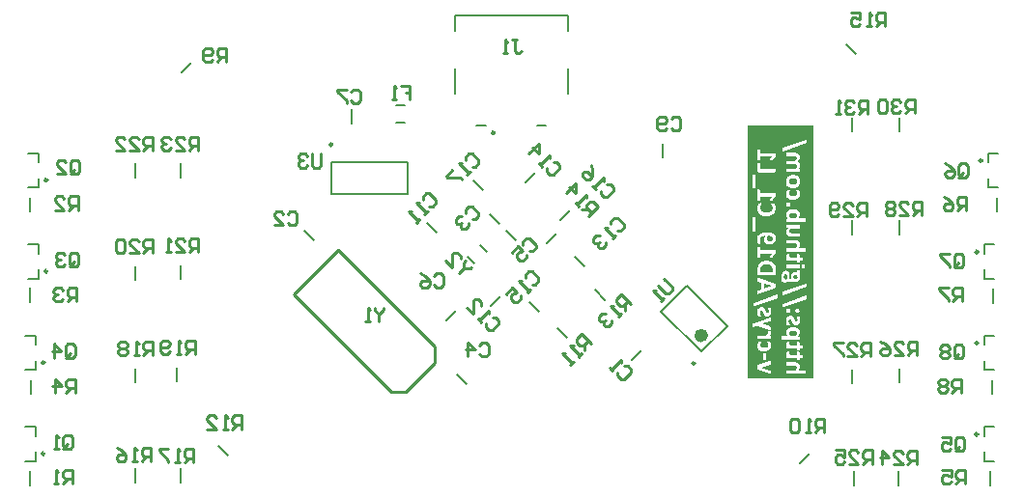
<source format=gbo>
G04*
G04 #@! TF.GenerationSoftware,Altium Limited,Altium Designer,19.0.15 (446)*
G04*
G04 Layer_Color=32896*
%FSLAX44Y44*%
%MOMM*%
G71*
G01*
G75*
%ADD11C,0.2500*%
%ADD12C,0.6000*%
%ADD13C,0.2540*%
%ADD15C,0.2000*%
G36*
X764303Y137500D02*
X736784D01*
D01*
X707500D01*
Y359000D01*
X736784D01*
X764303D01*
Y137500D01*
D02*
G37*
%LPC*%
G36*
X758967Y347029D02*
Y345858D01*
X758938Y346115D01*
X758910Y346372D01*
Y346429D01*
X758881Y346543D01*
X758824Y346686D01*
X758738Y346829D01*
X758710Y346857D01*
X758681Y346914D01*
X758595Y347000D01*
X758510Y347029D01*
X758967D01*
X737526D01*
Y338036D01*
X737554Y337779D01*
X737583Y337522D01*
Y337464D01*
X737640Y337350D01*
X737669Y337179D01*
X737754Y337036D01*
X737783Y337008D01*
X737811Y336951D01*
X737897Y336894D01*
X737983Y336865D01*
X737526D01*
X758967D01*
Y347029D01*
D02*
G37*
G36*
X731485Y338178D02*
Y334267D01*
X731456Y334495D01*
Y334552D01*
X731428Y334667D01*
X731399Y334809D01*
X731370Y334924D01*
Y334952D01*
X731342Y335009D01*
X731313Y335066D01*
X731256Y335123D01*
X731228Y335152D01*
X731085Y335181D01*
X718295D01*
Y337750D01*
X718266Y337836D01*
X718209Y337893D01*
Y337921D01*
X718152Y337950D01*
X718095Y337978D01*
X718009Y338036D01*
X717981D01*
X717924Y338064D01*
X717781Y338093D01*
X717638Y338121D01*
X717610D01*
X717467Y338150D01*
X717296Y338178D01*
X716839D01*
X716667Y338150D01*
X716468Y338121D01*
X716439D01*
X716325Y338093D01*
X716211Y338064D01*
X716096Y338007D01*
X716068D01*
X716039Y337978D01*
X715925Y337864D01*
X715897Y337807D01*
X715868Y337693D01*
Y329071D01*
X715925Y328957D01*
X715982Y328900D01*
X716096Y328785D01*
X716125D01*
X716211Y328757D01*
X716325Y328728D01*
X716468Y328700D01*
X716525D01*
X716639D01*
X716810Y328671D01*
X717039D01*
X717067D01*
X717096D01*
X717267D01*
X717438D01*
X717638Y328700D01*
X717667D01*
X717781Y328728D01*
X717895Y328757D01*
X718009Y328785D01*
X718038D01*
X718095Y328814D01*
X718152Y328871D01*
X718209Y328928D01*
X718238Y328957D01*
X718266Y328985D01*
X718295Y329042D01*
Y332040D01*
X728401D01*
X727031Y329528D01*
X727002Y329471D01*
X726945Y329356D01*
X726888Y329214D01*
X726860Y329071D01*
Y328871D01*
X726917Y328785D01*
X726945D01*
X727002Y328728D01*
X727117Y328700D01*
X727259Y328671D01*
X727317D01*
X727459D01*
X727659Y328643D01*
X715868D01*
D01*
X731485D01*
Y338178D01*
D02*
G37*
G36*
X752943Y335380D02*
X741466D01*
X741380Y335352D01*
X741323Y335295D01*
Y335266D01*
X741266Y335238D01*
X741237Y335152D01*
X741180Y335038D01*
Y335009D01*
X741152Y334924D01*
Y334809D01*
X741123Y334609D01*
Y334552D01*
X741095Y334410D01*
X741066Y334181D01*
Y333610D01*
X741095Y333353D01*
X741123Y333125D01*
Y333068D01*
X741152Y332954D01*
Y332811D01*
X741180Y332668D01*
Y332640D01*
X741209Y332583D01*
X741266Y332497D01*
X741323Y332440D01*
X741351D01*
X741380Y332411D01*
X741523Y332383D01*
X747889D01*
X747918D01*
X747975D01*
X748089D01*
X748203D01*
X748517Y332326D01*
X748860Y332268D01*
X748889D01*
X748946Y332240D01*
X749031Y332211D01*
X749117Y332183D01*
X749374Y332097D01*
X749631Y331954D01*
X749659D01*
X749688Y331926D01*
X749802Y331812D01*
X749974Y331640D01*
X750116Y331412D01*
X750145Y331355D01*
X750230Y331212D01*
X750287Y330955D01*
X750316Y330670D01*
Y330584D01*
X750287Y330470D01*
X750259Y330327D01*
X750202Y330156D01*
X750145Y329985D01*
X750031Y329756D01*
X749888Y329556D01*
X749859Y329528D01*
X749802Y329471D01*
X749716Y329356D01*
X749574Y329214D01*
X749402Y329042D01*
X749203Y328843D01*
X748946Y328614D01*
X748660Y328386D01*
X741523D01*
X741494D01*
X741466D01*
X741380Y328357D01*
X741323Y328300D01*
Y328271D01*
X741266Y328243D01*
X741237Y328157D01*
X741180Y328043D01*
Y328015D01*
X741152Y327929D01*
Y327786D01*
X741123Y327586D01*
Y327529D01*
X741095Y327387D01*
X741066Y327158D01*
Y326616D01*
X741095Y326387D01*
X741123Y326159D01*
Y326102D01*
X741152Y325988D01*
Y325845D01*
X741180Y325702D01*
Y325673D01*
X741209Y325616D01*
X741266Y325531D01*
X741323Y325445D01*
X741351D01*
X741380Y325416D01*
X741523Y325388D01*
X747889D01*
X747918D01*
X747975D01*
X748089D01*
X748203D01*
X748517Y325331D01*
X748860Y325274D01*
X748889D01*
X748946Y325245D01*
X749031Y325217D01*
X749117Y325188D01*
X749374Y325103D01*
X749631Y324960D01*
X749659D01*
X749688Y324931D01*
X749802Y324817D01*
X749974Y324646D01*
X750116Y324417D01*
X750145Y324360D01*
X750230Y324217D01*
X750287Y323960D01*
X750316Y323675D01*
Y323589D01*
X750287Y323475D01*
X750259Y323332D01*
X750202Y323161D01*
X750145Y322990D01*
X750031Y322761D01*
X749888Y322562D01*
X749859Y322533D01*
X749802Y322476D01*
X749716Y322362D01*
X749574Y322219D01*
X749402Y322048D01*
X749203Y321848D01*
X748946Y321619D01*
X748660Y321391D01*
X741523D01*
X741494D01*
X741466D01*
X741380Y321362D01*
X741323Y321305D01*
Y321277D01*
X741266Y321248D01*
X741237Y321163D01*
X741180Y321049D01*
Y321020D01*
X741152Y320934D01*
Y320792D01*
X741123Y320592D01*
Y320535D01*
X741095Y320392D01*
X741066Y320163D01*
Y319621D01*
X741095Y319364D01*
X741123Y319136D01*
Y319079D01*
X741152Y318964D01*
Y318822D01*
X741180Y318679D01*
Y318650D01*
X741209Y318593D01*
X741266Y318507D01*
X741323Y318422D01*
X741351D01*
X741380Y318393D01*
X741523Y318365D01*
X741066D01*
X752315D01*
X752457Y318422D01*
X752486D01*
X752514Y318479D01*
X752543Y318536D01*
X752600Y318622D01*
Y318650D01*
X752629Y318736D01*
X752657Y318850D01*
X752686Y319021D01*
Y319079D01*
X752714Y319193D01*
X752743Y319393D01*
Y319878D01*
X752714Y320078D01*
X752686Y320278D01*
Y320335D01*
X752657Y320420D01*
X752629Y320563D01*
X752600Y320677D01*
Y320706D01*
X752571Y320763D01*
X752514Y320820D01*
X752457Y320877D01*
X752400Y320906D01*
X752257Y320934D01*
X751001D01*
X751058Y320963D01*
X751172Y321077D01*
X751344Y321248D01*
X751544Y321477D01*
X751772Y321762D01*
X752029Y322048D01*
X752257Y322362D01*
X752457Y322704D01*
X752486Y322733D01*
X752543Y322847D01*
X752600Y323047D01*
X752714Y323275D01*
X752800Y323532D01*
X752857Y323846D01*
X752914Y324189D01*
X752943Y324532D01*
Y324789D01*
X752914Y324931D01*
X752886Y325331D01*
X752800Y325731D01*
Y325759D01*
X752771Y325816D01*
X752743Y325930D01*
X752686Y326045D01*
X752571Y326359D01*
X752400Y326673D01*
Y326701D01*
X752343Y326758D01*
X752229Y326930D01*
X752029Y327158D01*
X751772Y327387D01*
X751743Y327415D01*
X751715Y327444D01*
X751544Y327558D01*
X751287Y327729D01*
X750973Y327900D01*
X751001Y327929D01*
X751058Y327986D01*
X751144Y328072D01*
X751287Y328214D01*
X751572Y328500D01*
X751858Y328843D01*
X751886Y328871D01*
X751915Y328928D01*
X752001Y329014D01*
X752086Y329128D01*
X752257Y329413D01*
X752457Y329728D01*
Y329756D01*
X752514Y329813D01*
X752543Y329899D01*
X752600Y330013D01*
X752714Y330299D01*
X752828Y330641D01*
Y330670D01*
X752857Y330727D01*
Y330812D01*
X752886Y330927D01*
X752914Y331212D01*
X752943Y331555D01*
Y331726D01*
X752914Y331926D01*
X752886Y332183D01*
X752857Y332468D01*
X752800Y332754D01*
X752686Y333068D01*
X752571Y333353D01*
X752543Y333382D01*
X752514Y333467D01*
X752429Y333610D01*
X752315Y333782D01*
X752172Y333953D01*
X752001Y334153D01*
X751801Y334353D01*
X751572Y334524D01*
X751544Y334552D01*
X751458Y334609D01*
X751344Y334667D01*
X751172Y334781D01*
X750973Y334895D01*
X750716Y334981D01*
X750459Y335095D01*
X750145Y335181D01*
X750116D01*
X750002Y335209D01*
X749831Y335238D01*
X749631Y335295D01*
X749345Y335323D01*
X749060Y335352D01*
X748403Y335380D01*
X752943D01*
D02*
G37*
G36*
X717410Y326701D02*
X716953D01*
X716753Y326673D01*
X716553Y326644D01*
X716525D01*
X716411Y326616D01*
X716296Y326587D01*
X716154Y326558D01*
X716125D01*
X716068Y326530D01*
X715925Y326416D01*
X715897Y326359D01*
X715868Y326216D01*
Y319021D01*
X715897Y318850D01*
X715954Y318622D01*
X716096Y318422D01*
X716154Y318393D01*
X716268Y318308D01*
X716496Y318193D01*
X716839Y318165D01*
X715868D01*
D01*
X731456D01*
D01*
X730999D01*
X731142Y318222D01*
X731171Y318251D01*
X731199Y318279D01*
X731256Y318365D01*
X731313Y318479D01*
Y318507D01*
X731342Y318622D01*
X731370Y318764D01*
X731399Y318964D01*
Y319021D01*
X731428Y319193D01*
X731456Y319421D01*
Y319992D01*
X731428Y320249D01*
X731399Y320477D01*
Y320535D01*
X731370Y320649D01*
X731342Y320820D01*
X731313Y320963D01*
Y320991D01*
X731285Y321077D01*
X731228Y321163D01*
X731142Y321248D01*
Y321277D01*
X731085Y321305D01*
X731028Y321334D01*
X730942D01*
X718466D01*
Y326273D01*
X718438Y326359D01*
X718381Y326416D01*
Y326444D01*
X718323Y326473D01*
X718266Y326501D01*
X718152Y326558D01*
X718123D01*
X718038Y326587D01*
X717924Y326616D01*
X717752Y326644D01*
X717724D01*
X717610Y326673D01*
X717410Y326701D01*
D02*
G37*
G36*
X712842Y316566D02*
X712299D01*
X712014Y316509D01*
X711900Y316481D01*
X711786Y316452D01*
X711728Y316423D01*
X711643Y316366D01*
X711557Y316224D01*
X711500Y316052D01*
Y316566D01*
D01*
Y304176D01*
X715868D01*
D01*
X712956D01*
X713242Y304204D01*
X713356Y304233D01*
X713470Y304261D01*
X713499Y304290D01*
X713613Y304347D01*
X713698Y304490D01*
X713727Y304661D01*
Y316109D01*
X713698Y316224D01*
X713641Y316338D01*
X713499Y316452D01*
X713441Y316481D01*
X713384D01*
X713299Y316509D01*
X713185Y316538D01*
X713013D01*
X712842Y316566D01*
D02*
G37*
G36*
X752943Y315967D02*
X740866D01*
X746776D01*
X746519Y315938D01*
X746176Y315910D01*
X745777Y315881D01*
X745377Y315824D01*
X744920Y315710D01*
X744492Y315595D01*
X744435Y315567D01*
X744292Y315538D01*
X744092Y315453D01*
X743835Y315310D01*
X743521Y315167D01*
X743207Y314967D01*
X742865Y314739D01*
X742551Y314482D01*
X742522Y314454D01*
X742408Y314368D01*
X742265Y314197D01*
X742094Y313997D01*
X741894Y313711D01*
X741694Y313397D01*
X741494Y313055D01*
X741294Y312655D01*
X741266Y312598D01*
X741237Y312455D01*
X741152Y312227D01*
X741095Y311941D01*
X741009Y311541D01*
X740923Y311113D01*
X740895Y310628D01*
X740866Y310085D01*
Y304518D01*
Y309857D01*
X740895Y309571D01*
X740923Y309229D01*
X740952Y308858D01*
X741037Y308430D01*
X741123Y308001D01*
X741237Y307602D01*
X741266Y307544D01*
X741323Y307430D01*
X741409Y307230D01*
X741523Y307002D01*
X741694Y306717D01*
X741894Y306431D01*
X742122Y306146D01*
X742379Y305860D01*
X742408Y305832D01*
X742522Y305746D01*
X742693Y305632D01*
X742893Y305489D01*
X743179Y305318D01*
X743493Y305146D01*
X743864Y304975D01*
X744264Y304832D01*
X744321D01*
X744463Y304775D01*
X744692Y304747D01*
X745006Y304690D01*
X745377Y304632D01*
X745805Y304575D01*
X746262Y304547D01*
X746776Y304518D01*
X747004D01*
X747261Y304547D01*
X747604Y304575D01*
X748003Y304604D01*
X748403Y304661D01*
X748860Y304747D01*
X749288Y304861D01*
X749345Y304889D01*
X749488Y304918D01*
X749688Y305004D01*
X749974Y305146D01*
X750259Y305289D01*
X750602Y305489D01*
X750916Y305689D01*
X751230Y305946D01*
X751258Y305974D01*
X751372Y306089D01*
X751515Y306231D01*
X751686Y306460D01*
X751886Y306717D01*
X752086Y307031D01*
X752315Y307373D01*
X752486Y307773D01*
X752514Y307830D01*
X752571Y307973D01*
X752629Y308201D01*
X752714Y308515D01*
X752800Y308886D01*
X752886Y309343D01*
X752914Y309828D01*
X752943Y310371D01*
Y310599D01*
X752914Y310885D01*
X752886Y311227D01*
X752857Y311598D01*
X752771Y312027D01*
X752686Y312455D01*
X752543Y312855D01*
X752514Y312912D01*
X752457Y313026D01*
X752372Y313226D01*
X752257Y313483D01*
X752086Y313740D01*
X751886Y314025D01*
X751658Y314339D01*
X751372Y314596D01*
X751344Y314625D01*
X751230Y314710D01*
X751087Y314825D01*
X750859Y314996D01*
X750602Y315139D01*
X750287Y315310D01*
X749916Y315481D01*
X749517Y315624D01*
X749460Y315653D01*
X749317Y315681D01*
X749088Y315738D01*
X748803Y315795D01*
X748432Y315852D01*
X748003Y315910D01*
X747518Y315967D01*
X752943D01*
D02*
G37*
G36*
X717296Y303119D02*
X716839D01*
X716667Y303091D01*
X716468Y303062D01*
X716439D01*
X716325Y303034D01*
X716211Y303005D01*
X716096Y302948D01*
X716068D01*
X716039Y302920D01*
X715925Y302805D01*
X715897Y302748D01*
X715868Y302634D01*
Y303119D01*
D01*
Y294012D01*
X715925Y293898D01*
X715982Y293841D01*
X716096Y293727D01*
X716125D01*
X716211Y293698D01*
X716325Y293669D01*
X716468Y293641D01*
X716525D01*
X716639D01*
X716810Y293612D01*
X717039D01*
X717067D01*
X717096D01*
X717267D01*
X717438D01*
X717638Y293641D01*
X717667D01*
X717781Y293669D01*
X717895Y293698D01*
X718009Y293727D01*
X718038D01*
X718095Y293755D01*
X718152Y293812D01*
X718209Y293869D01*
X718238Y293898D01*
X718266Y293926D01*
X718295Y293983D01*
Y296981D01*
X728401D01*
X727031Y294469D01*
X727002Y294412D01*
X726945Y294298D01*
X726888Y294155D01*
X726860Y294012D01*
Y293812D01*
X726917Y293727D01*
X726945D01*
X727002Y293669D01*
X727117Y293641D01*
X727259Y293612D01*
X727317D01*
X727459D01*
X727659Y293584D01*
X715868D01*
D01*
X731485D01*
D01*
X728544D01*
X728773Y293641D01*
X728801D01*
X728858Y293669D01*
X728915Y293727D01*
X728972Y293784D01*
X729001Y293812D01*
X729029Y293841D01*
X729172Y294012D01*
X731313Y297352D01*
X731342Y297381D01*
X731399Y297495D01*
Y297524D01*
X731428Y297552D01*
Y297752D01*
X731456Y297838D01*
Y298123D01*
X731485Y298266D01*
Y299208D01*
X731456Y299436D01*
Y299494D01*
X731428Y299608D01*
X731399Y299750D01*
X731370Y299865D01*
Y299893D01*
X731342Y299950D01*
X731313Y300007D01*
X731256Y300065D01*
X731228Y300093D01*
X731085Y300122D01*
X718295D01*
Y302691D01*
X718266Y302777D01*
X718209Y302834D01*
Y302862D01*
X718152Y302891D01*
X718095Y302920D01*
X718009Y302977D01*
X717981D01*
X717924Y303005D01*
X717781Y303034D01*
X717638Y303062D01*
X717610D01*
X717467Y303091D01*
X717296Y303119D01*
D02*
G37*
G36*
X752914Y302977D02*
X742893D01*
X742722Y302948D01*
X742693D01*
X742608Y302920D01*
X742379Y302891D01*
X742351D01*
X742294Y302862D01*
X742151Y302805D01*
X742122D01*
X742094Y302777D01*
X742008Y302720D01*
X741923Y302634D01*
X741894Y302605D01*
X741837Y302520D01*
X741723Y302377D01*
X741580Y302149D01*
Y302120D01*
X741551Y302092D01*
X741466Y301920D01*
X741351Y301663D01*
X741237Y301349D01*
Y301321D01*
X741209Y301264D01*
X741180Y301178D01*
X741152Y301064D01*
X741095Y300750D01*
X741009Y300378D01*
Y300350D01*
X740980Y300293D01*
Y300179D01*
X740952Y300065D01*
X740923Y299722D01*
X740895Y299322D01*
Y294240D01*
Y299122D01*
X740923Y298894D01*
X740952Y298580D01*
X740980Y298237D01*
X741066Y297866D01*
X741152Y297495D01*
X741266Y297124D01*
X741294Y297095D01*
X741323Y296981D01*
X741437Y296781D01*
X741551Y296581D01*
X741694Y296325D01*
X741894Y296039D01*
X742122Y295782D01*
X742379Y295525D01*
X742408Y295497D01*
X742522Y295411D01*
X742693Y295297D01*
X742893Y295182D01*
X743179Y295011D01*
X743464Y294840D01*
X743835Y294697D01*
X744206Y294554D01*
X744264D01*
X744406Y294497D01*
X744635Y294469D01*
X744920Y294412D01*
X745291Y294355D01*
X745720Y294298D01*
X746176Y294269D01*
X746690Y294240D01*
X740895D01*
X746947D01*
X747261Y294269D01*
X747632Y294298D01*
X748061Y294326D01*
X748546Y294412D01*
X749003Y294497D01*
X749460Y294640D01*
X749517Y294669D01*
X749659Y294726D01*
X749859Y294811D01*
X750145Y294926D01*
X750459Y295097D01*
X750773Y295268D01*
X751087Y295497D01*
X751401Y295753D01*
X751430Y295782D01*
X751515Y295868D01*
X751658Y296039D01*
X751829Y296239D01*
X752029Y296467D01*
X752200Y296753D01*
X752400Y297095D01*
X752543Y297438D01*
X752571Y297495D01*
X752600Y297609D01*
X752657Y297809D01*
X752743Y298095D01*
X752800Y298409D01*
X752857Y298780D01*
X752886Y299179D01*
X752914Y299608D01*
Y299922D01*
X752886Y300207D01*
X752828Y300550D01*
Y300578D01*
X752800Y300636D01*
Y300721D01*
X752771Y300835D01*
X752686Y301092D01*
X752571Y301406D01*
Y301435D01*
X752543Y301463D01*
X752486Y301635D01*
X752372Y301863D01*
X752257Y302120D01*
Y302149D01*
X752229Y302177D01*
X752143Y302291D01*
X752058Y302434D01*
X751943Y302577D01*
X751915Y302605D01*
X751886Y302663D01*
X751801Y302720D01*
X751715Y302748D01*
X751686D01*
X751658Y302777D01*
X751487Y302834D01*
X751458D01*
X751401Y302862D01*
X751258Y302891D01*
X751115D01*
X751087D01*
X750973Y302920D01*
X750830D01*
X750630D01*
X750602D01*
X750516D01*
X750402D01*
X750230Y302891D01*
X749916Y302862D01*
X749745Y302834D01*
X749631Y302777D01*
X749602Y302748D01*
X749517Y302691D01*
X749402Y302605D01*
X749374Y302491D01*
Y302463D01*
X749402Y302377D01*
X749431Y302234D01*
X749517Y302063D01*
X749545Y302034D01*
X749631Y301920D01*
X749745Y301749D01*
X749888Y301521D01*
X749916Y301463D01*
X750031Y301321D01*
X750145Y301064D01*
X750287Y300750D01*
Y300721D01*
X750316Y300664D01*
X750345Y300578D01*
X750373Y300464D01*
X750430Y300150D01*
X750459Y299722D01*
Y299522D01*
X750402Y299322D01*
X750345Y299065D01*
X750230Y298780D01*
X750088Y298466D01*
X749859Y298180D01*
X749545Y297923D01*
X749517Y297895D01*
X749374Y297838D01*
X749174Y297723D01*
X748860Y297638D01*
X748489Y297524D01*
X748032Y297409D01*
X747518Y297352D01*
X746890Y297324D01*
X746861D01*
X746747D01*
X746576D01*
X746376Y297352D01*
X746148D01*
X745891Y297381D01*
X745377Y297467D01*
X745348D01*
X745263Y297495D01*
X745149Y297524D01*
X745006Y297581D01*
X744635Y297723D01*
X744264Y297923D01*
X744235Y297952D01*
X744206Y297980D01*
X744035Y298152D01*
X743807Y298380D01*
X743607Y298694D01*
Y298723D01*
X743578Y298780D01*
X743550Y298865D01*
X743521Y299008D01*
X743464Y299151D01*
X743436Y299351D01*
X743407Y299779D01*
Y300007D01*
X743436Y300150D01*
X743493Y300493D01*
X743578Y300835D01*
Y300864D01*
X743607Y300921D01*
X743664Y301007D01*
X743692Y301121D01*
X743835Y301378D01*
X743978Y301635D01*
Y301663D01*
X744007Y301692D01*
X744121Y301835D01*
X744264Y302034D01*
X744406Y302206D01*
X744435Y302234D01*
X744520Y302348D01*
X744578Y302463D01*
X744606Y302577D01*
Y302634D01*
X744578Y302691D01*
X744520Y302748D01*
Y302777D01*
X744463Y302805D01*
X744406Y302834D01*
X744292Y302862D01*
X744264D01*
X744178Y302891D01*
X744064Y302920D01*
X743892Y302948D01*
X743835D01*
X743721Y302977D01*
X752914D01*
D02*
G37*
G36*
X744720Y291871D02*
Y290272D01*
X744692Y290443D01*
X744663Y290643D01*
X744549Y291100D01*
X744463Y291300D01*
X744321Y291471D01*
X744292Y291500D01*
X744235Y291528D01*
X744149Y291585D01*
X744007Y291671D01*
X743807Y291757D01*
X743550Y291814D01*
X743264Y291842D01*
X742893Y291871D01*
X742722D01*
X742522Y291842D01*
X742265Y291814D01*
X741780Y291700D01*
X741551Y291614D01*
X741380Y291471D01*
X741351Y291443D01*
X741323Y291385D01*
X741266Y291300D01*
X741209Y291157D01*
X741123Y290957D01*
X741066Y290700D01*
X741037Y290415D01*
X741009Y290072D01*
D01*
Y289901D01*
X741037Y289729D01*
X741066Y289530D01*
X741180Y289073D01*
X741266Y288845D01*
X741380Y288673D01*
X741409Y288645D01*
X741466Y288616D01*
X741551Y288559D01*
X741694Y288502D01*
X741894Y288416D01*
X742151Y288359D01*
X742436Y288331D01*
X742807Y288302D01*
X741009D01*
X744720D01*
Y291871D01*
D02*
G37*
G36*
X718723Y291243D02*
X717867D01*
X717695Y291214D01*
X717667D01*
X717581Y291186D01*
X717467D01*
X717324Y291157D01*
X717296D01*
X717238Y291129D01*
X717067Y291071D01*
X717039D01*
X717010Y291014D01*
X716924Y290957D01*
X716839Y290872D01*
X716810Y290843D01*
X716753Y290757D01*
X716610Y290586D01*
X716468Y290358D01*
Y290329D01*
X716439Y290301D01*
X716382Y290215D01*
X716354Y290101D01*
X716211Y289815D01*
X716068Y289444D01*
Y289415D01*
X716039Y289358D01*
X716011Y289244D01*
X715954Y289073D01*
X715897Y288902D01*
X715840Y288673D01*
X715754Y288188D01*
Y288159D01*
X715725Y288074D01*
X715697Y287931D01*
Y287731D01*
X715668Y287503D01*
X715640Y287246D01*
X715611Y286675D01*
Y286418D01*
X715640Y286104D01*
X715668Y285704D01*
X715725Y285276D01*
X715811Y284790D01*
X715925Y284277D01*
X716096Y283791D01*
X716125Y283734D01*
X716182Y283591D01*
X716296Y283334D01*
X716468Y283049D01*
X716667Y282678D01*
X716924Y282335D01*
X717210Y281964D01*
X717552Y281593D01*
X717610Y281564D01*
X717724Y281450D01*
X717924Y281279D01*
X718209Y281079D01*
X718580Y280879D01*
X718980Y280651D01*
X719465Y280422D01*
X719979Y280222D01*
X720008D01*
X720036Y280194D01*
X720122D01*
X720236Y280165D01*
X720379Y280108D01*
X720550Y280080D01*
X720978Y279994D01*
X721464Y279909D01*
X722063Y279851D01*
X722691Y279794D01*
X723405Y279766D01*
X715611D01*
D01*
X731628D01*
D01*
X723748D01*
X723919Y279794D01*
X724119D01*
X724576Y279823D01*
X725118Y279880D01*
X725718Y279994D01*
X726317Y280108D01*
X726917Y280280D01*
X726945D01*
X726974Y280308D01*
X727060Y280337D01*
X727174Y280365D01*
X727459Y280480D01*
X727830Y280651D01*
X728230Y280851D01*
X728658Y281108D01*
X729087Y281393D01*
X729486Y281736D01*
X729543Y281793D01*
X729658Y281907D01*
X729857Y282107D01*
X730086Y282392D01*
X730343Y282735D01*
X730600Y283106D01*
X730857Y283534D01*
X731085Y284020D01*
Y284048D01*
X731114Y284077D01*
X731171Y284248D01*
X731256Y284534D01*
X731370Y284876D01*
X731456Y285333D01*
X731542Y285818D01*
X731599Y286361D01*
X731628Y286932D01*
Y287331D01*
X731570Y287731D01*
X731513Y288188D01*
Y288216D01*
X731485Y288302D01*
X731456Y288416D01*
X731428Y288559D01*
X731342Y288902D01*
X731228Y289301D01*
Y289330D01*
X731199Y289387D01*
X731171Y289473D01*
X731114Y289615D01*
X730999Y289901D01*
X730828Y290215D01*
Y290243D01*
X730800Y290272D01*
X730685Y290443D01*
X730571Y290615D01*
X730428Y290786D01*
X730400Y290814D01*
X730343Y290872D01*
X730257Y290957D01*
X730172Y291014D01*
X730143D01*
X730086Y291043D01*
X730000Y291071D01*
X729886Y291100D01*
X729857D01*
X729772Y291129D01*
X729658D01*
X729486Y291157D01*
X729458D01*
X729343Y291186D01*
X729172D01*
X728944D01*
X728915D01*
X728887D01*
X728715D01*
X728516D01*
X728316Y291157D01*
X728287D01*
X728173Y291129D01*
X728030Y291100D01*
X727916Y291071D01*
X727887D01*
X727830Y291043D01*
X727688Y290929D01*
X727659Y290872D01*
X727630Y290729D01*
Y290700D01*
X727659Y290615D01*
X727716Y290472D01*
X727830Y290272D01*
X727859Y290215D01*
X727973Y290072D01*
X728116Y289844D01*
X728287Y289558D01*
Y289530D01*
X728344Y289473D01*
X728373Y289387D01*
X728430Y289273D01*
X728516Y289102D01*
X728601Y288930D01*
X728744Y288502D01*
Y288473D01*
X728773Y288388D01*
X728830Y288274D01*
X728858Y288102D01*
X728915Y287902D01*
X728944Y287645D01*
X728972Y287388D01*
Y286932D01*
X728944Y286760D01*
X728915Y286532D01*
X728887Y286275D01*
X728801Y285989D01*
X728715Y285704D01*
X728573Y285419D01*
X728544Y285390D01*
X728516Y285304D01*
X728430Y285162D01*
X728287Y284990D01*
X728144Y284819D01*
X727973Y284591D01*
X727745Y284391D01*
X727488Y284191D01*
X727459Y284162D01*
X727374Y284105D01*
X727231Y284020D01*
X727031Y283905D01*
X726774Y283791D01*
X726489Y283648D01*
X726174Y283534D01*
X725803Y283420D01*
X725746D01*
X725632Y283391D01*
X725432Y283334D01*
X725147Y283306D01*
X724833Y283249D01*
X724433Y283192D01*
X724033Y283163D01*
X723577D01*
X723548D01*
X723519D01*
X723348D01*
X723091Y283192D01*
X722777D01*
X722406Y283220D01*
X722006Y283277D01*
X721607Y283334D01*
X721207Y283420D01*
X721150D01*
X721036Y283477D01*
X720864Y283534D01*
X720636Y283620D01*
X720350Y283734D01*
X720094Y283877D01*
X719808Y284048D01*
X719551Y284219D01*
X719522Y284248D01*
X719437Y284305D01*
X719323Y284419D01*
X719208Y284591D01*
X719037Y284762D01*
X718894Y284990D01*
X718752Y285247D01*
X718609Y285504D01*
Y285533D01*
X718552Y285647D01*
X718523Y285790D01*
X718466Y285989D01*
X718409Y286246D01*
X718352Y286503D01*
X718323Y286817D01*
X718295Y287160D01*
Y287446D01*
X718323Y287645D01*
X718381Y288102D01*
X718466Y288588D01*
Y288616D01*
X718495Y288702D01*
X718552Y288816D01*
X718609Y288959D01*
X718723Y289301D01*
X718894Y289644D01*
Y289672D01*
X718951Y289729D01*
X719037Y289901D01*
X719208Y290158D01*
X719351Y290386D01*
X719380Y290443D01*
X719465Y290557D01*
X719522Y290700D01*
X719551Y290814D01*
Y290872D01*
X719494Y290986D01*
Y291014D01*
X719437Y291043D01*
X719380Y291071D01*
X719294Y291129D01*
X719266D01*
X719180Y291157D01*
X719066Y291186D01*
X718894Y291214D01*
X718837D01*
X718723Y291243D01*
D02*
G37*
G36*
X757853Y285904D02*
X740866D01*
X746804D01*
X746519Y285875D01*
X746176D01*
X745777Y285818D01*
X745348Y285761D01*
X744892Y285704D01*
X744463Y285590D01*
X744406D01*
X744264Y285533D01*
X744064Y285447D01*
X743807Y285361D01*
X743493Y285219D01*
X743150Y285076D01*
X742836Y284876D01*
X742522Y284676D01*
X742494Y284648D01*
X742379Y284562D01*
X742236Y284448D01*
X742065Y284277D01*
X741865Y284077D01*
X741665Y283848D01*
X741466Y283563D01*
X741294Y283249D01*
X741266Y283220D01*
X741237Y283106D01*
X741152Y282906D01*
X741095Y282678D01*
X741009Y282392D01*
X740923Y282050D01*
X740895Y281679D01*
X740866Y281279D01*
Y281079D01*
X740895Y280965D01*
X740923Y280651D01*
X740980Y280280D01*
Y280251D01*
X741009Y280194D01*
X741037Y280108D01*
X741066Y279994D01*
X741152Y279709D01*
X741294Y279395D01*
Y279366D01*
X741323Y279309D01*
X741380Y279223D01*
X741466Y279138D01*
X741637Y278852D01*
X741865Y278538D01*
X741894Y278510D01*
X741923Y278481D01*
X742008Y278395D01*
X742094Y278281D01*
X742351Y278024D01*
X742693Y277710D01*
X741523D01*
X741494D01*
X741466D01*
X741380Y277682D01*
X741294Y277624D01*
X741237Y277567D01*
X741209Y277510D01*
X741152Y277425D01*
Y277396D01*
X741123Y277311D01*
Y277196D01*
X741095Y277025D01*
Y276854D01*
X741066Y276654D01*
Y275969D01*
X741095Y275769D01*
Y275740D01*
X741123Y275626D01*
Y275512D01*
X741152Y275398D01*
Y275369D01*
X741180Y275312D01*
X741237Y275255D01*
X741294Y275198D01*
X741323D01*
X741380Y275169D01*
X741523Y275141D01*
X740866D01*
X757396D01*
X757539Y275198D01*
X757568Y275226D01*
X757596Y275255D01*
X757625Y275340D01*
X757682Y275455D01*
X757710Y275483D01*
X757739Y275569D01*
X757767Y275712D01*
X757796Y275912D01*
Y275969D01*
X757825Y276111D01*
X757853Y276340D01*
Y276911D01*
X757825Y277139D01*
X757796Y277368D01*
Y277425D01*
X757767Y277539D01*
X757739Y277682D01*
X757682Y277824D01*
Y277853D01*
X757653Y277910D01*
X757596Y277996D01*
X757539Y278081D01*
X757511Y278110D01*
X757482Y278138D01*
X757396Y278167D01*
X757311D01*
X751401D01*
X751430Y278195D01*
X751458Y278224D01*
X751629Y278424D01*
X751858Y278681D01*
X752086Y278966D01*
X752115Y278995D01*
X752143Y279023D01*
X752257Y279223D01*
X752429Y279480D01*
X752571Y279766D01*
Y279794D01*
X752600Y279851D01*
X752629Y279937D01*
X752686Y280023D01*
X752771Y280308D01*
X752857Y280622D01*
Y280651D01*
X752886Y280708D01*
Y280793D01*
X752914Y280908D01*
X752943Y281193D01*
Y281736D01*
X752914Y281964D01*
X752886Y282221D01*
X752828Y282535D01*
X752743Y282878D01*
X752629Y283220D01*
X752457Y283534D01*
X752429Y283563D01*
X752372Y283677D01*
X752257Y283820D01*
X752115Y284020D01*
X751943Y284219D01*
X751715Y284448D01*
X751458Y284676D01*
X751172Y284876D01*
X751144Y284905D01*
X751030Y284962D01*
X750859Y285047D01*
X750630Y285190D01*
X750373Y285304D01*
X750031Y285419D01*
X749688Y285561D01*
X749288Y285647D01*
X749231D01*
X749117Y285676D01*
X748889Y285733D01*
X748603Y285790D01*
X748260Y285818D01*
X747889Y285875D01*
X747461Y285904D01*
X757853D01*
D02*
G37*
G36*
X752743Y272086D02*
Y270830D01*
X752714Y271087D01*
X752686Y271315D01*
Y271372D01*
X752657Y271486D01*
X752629Y271629D01*
X752600Y271743D01*
Y271772D01*
X752571Y271829D01*
X752514Y271915D01*
X752457Y272000D01*
Y272029D01*
X752400Y272057D01*
X752343Y272086D01*
X752743D01*
X741466D01*
X741380Y272057D01*
X741323Y272000D01*
X741266Y271943D01*
X741237Y271886D01*
X741180Y271800D01*
Y271772D01*
X741152Y271686D01*
Y271572D01*
X741123Y271401D01*
Y271372D01*
X741095Y271229D01*
X741066Y271058D01*
Y270573D01*
X741095Y270344D01*
X741123Y270145D01*
Y270116D01*
X741152Y270002D01*
Y269859D01*
X741180Y269745D01*
Y269716D01*
X741209Y269659D01*
X741266Y269602D01*
X741323Y269545D01*
X741351D01*
X741380Y269516D01*
X741523Y269488D01*
X742779D01*
X742750Y269459D01*
X742608Y269345D01*
X742436Y269174D01*
X742236Y268945D01*
X742008Y268660D01*
X741751Y268346D01*
X741523Y268032D01*
X741323Y267689D01*
X741294Y267661D01*
X741266Y267547D01*
X741180Y267347D01*
X741095Y267118D01*
X741009Y266833D01*
X740952Y266519D01*
X740895Y266176D01*
X740866Y265805D01*
Y265634D01*
X740895Y265405D01*
X740923Y265148D01*
X740952Y264863D01*
X741009Y264549D01*
X741095Y264235D01*
X741209Y263949D01*
X741237Y263921D01*
X741266Y263835D01*
X741351Y263692D01*
X741466Y263521D01*
X741780Y263121D01*
X742179Y262722D01*
X742208Y262693D01*
X742294Y262636D01*
X742436Y262579D01*
X742608Y262465D01*
X742807Y262351D01*
X743064Y262265D01*
X743350Y262151D01*
X743635Y262065D01*
X743664D01*
X743778Y262036D01*
X743950Y262008D01*
X744206Y261979D01*
X744492Y261951D01*
X744863Y261922D01*
X745263Y261894D01*
X740866D01*
X752315D01*
X752457Y261951D01*
X752486D01*
X752514Y262008D01*
X752543Y262065D01*
X752600Y262179D01*
Y262208D01*
X752629Y262293D01*
X752657Y262436D01*
X752686Y262636D01*
Y262693D01*
X752714Y262836D01*
X752743Y263093D01*
Y261894D01*
D01*
Y272086D01*
D02*
G37*
G36*
X712842Y278909D02*
X712299D01*
X712014Y278852D01*
X711900Y278824D01*
X711786Y278795D01*
X711728Y278766D01*
X711643Y278709D01*
X711557Y278567D01*
X711500Y278395D01*
Y266947D01*
X711529Y266861D01*
X711614Y266719D01*
X711757Y266604D01*
X711814D01*
X711957Y266576D01*
X712071Y266547D01*
X712214D01*
X712414Y266519D01*
X711500D01*
D01*
X715868D01*
D01*
X712956D01*
X713242Y266547D01*
X713356Y266576D01*
X713470Y266604D01*
X713499Y266633D01*
X713613Y266690D01*
X713698Y266833D01*
X713727Y267004D01*
Y278452D01*
X713698Y278567D01*
X713641Y278681D01*
X713499Y278795D01*
X713441Y278824D01*
X713384D01*
X713299Y278852D01*
X713185Y278881D01*
X713013D01*
X712842Y278909D01*
D02*
G37*
G36*
X724319Y265662D02*
X723719D01*
X723434Y265634D01*
X723091Y265605D01*
X722349Y265548D01*
X722292D01*
X722178Y265520D01*
X721978D01*
X721721Y265462D01*
X721435Y265434D01*
X721093Y265348D01*
X720379Y265177D01*
X720350D01*
X720208Y265120D01*
X720036Y265063D01*
X719779Y264977D01*
X719494Y264891D01*
X719180Y264749D01*
X718523Y264435D01*
X718495Y264406D01*
X718381Y264349D01*
X718209Y264263D01*
X718009Y264121D01*
X717752Y263949D01*
X717495Y263721D01*
X717238Y263493D01*
X716982Y263207D01*
X716953Y263178D01*
X716867Y263064D01*
X716753Y262922D01*
X716610Y262693D01*
X716439Y262436D01*
X716268Y262122D01*
X716096Y261779D01*
X715954Y261380D01*
X715925Y261323D01*
X715897Y261180D01*
X715840Y260980D01*
X715782Y260666D01*
X715697Y260295D01*
X715640Y259867D01*
X715611Y259381D01*
X715583Y258867D01*
Y265662D01*
D01*
Y254956D01*
X731656D01*
D01*
X726517D01*
X726746Y254985D01*
X727031Y255013D01*
X727345Y255042D01*
X727716Y255099D01*
X728087Y255184D01*
X728458Y255299D01*
X728516Y255327D01*
X728630Y255356D01*
X728801Y255441D01*
X729029Y255556D01*
X729286Y255698D01*
X729572Y255870D01*
X729857Y256098D01*
X730143Y256327D01*
X730172Y256355D01*
X730257Y256441D01*
X730400Y256583D01*
X730543Y256783D01*
X730742Y257040D01*
X730914Y257326D01*
X731085Y257640D01*
X731256Y258011D01*
X731285Y258068D01*
X731313Y258182D01*
X731370Y258411D01*
X731456Y258696D01*
X731542Y259039D01*
X731599Y259438D01*
X731628Y259895D01*
X731656Y260381D01*
Y260780D01*
X731628Y261037D01*
X731599Y261323D01*
X731542Y261637D01*
X731399Y262265D01*
Y262293D01*
X731342Y262408D01*
X731285Y262550D01*
X731199Y262750D01*
X730971Y263207D01*
X730657Y263664D01*
X730628Y263692D01*
X730571Y263749D01*
X730486Y263864D01*
X730343Y264006D01*
X730172Y264149D01*
X729972Y264320D01*
X729515Y264634D01*
X729486Y264663D01*
X729401Y264692D01*
X729258Y264777D01*
X729087Y264863D01*
X728858Y264949D01*
X728601Y265063D01*
X728030Y265234D01*
X728002D01*
X727887Y265263D01*
X727716Y265320D01*
X727516Y265348D01*
X727259Y265405D01*
X726945Y265462D01*
X726631Y265520D01*
X726289Y265548D01*
X726260D01*
X726117Y265577D01*
X725946D01*
X725689Y265605D01*
X725404Y265634D01*
X725061D01*
X724319Y265662D01*
D02*
G37*
G36*
X757853Y258982D02*
X741466D01*
X741380Y258953D01*
X741323Y258896D01*
Y258867D01*
X741266Y258839D01*
X741237Y258753D01*
X741180Y258639D01*
Y258610D01*
X741152Y258525D01*
Y258382D01*
X741123Y258182D01*
Y258125D01*
X741095Y257982D01*
X741066Y257754D01*
Y258982D01*
D01*
Y250017D01*
X741095Y249760D01*
X741123Y249532D01*
Y249475D01*
X741152Y249360D01*
Y249218D01*
X741180Y249075D01*
Y249046D01*
X741209Y248989D01*
X741266Y248904D01*
X741323Y248818D01*
X741351D01*
X741380Y248789D01*
X741523Y248761D01*
X741066D01*
X757396D01*
X757539Y248818D01*
X757568Y248846D01*
X757596Y248875D01*
X757625Y248961D01*
X757682Y249075D01*
X757710Y249104D01*
X757739Y249189D01*
X757767Y249332D01*
X757796Y249532D01*
Y249589D01*
X757825Y249732D01*
X757853Y249960D01*
Y250531D01*
X757825Y250759D01*
X757796Y250988D01*
Y251045D01*
X757767Y251159D01*
X757739Y251302D01*
X757682Y251444D01*
Y251473D01*
X757653Y251530D01*
X757596Y251616D01*
X757539Y251702D01*
X757511Y251730D01*
X757482Y251759D01*
X757396Y251787D01*
X757311D01*
X751401D01*
X751430Y251816D01*
X751515Y251930D01*
X751658Y252073D01*
X751829Y252272D01*
X752029Y252501D01*
X752200Y252786D01*
X752400Y253072D01*
X752543Y253357D01*
X752571Y253386D01*
X752600Y253500D01*
X752657Y253671D01*
X752743Y253871D01*
X752828Y254128D01*
X752886Y254414D01*
X752914Y254728D01*
X752943Y255042D01*
Y255213D01*
X752914Y255413D01*
X752886Y255670D01*
X752857Y255955D01*
X752800Y256269D01*
X752686Y256583D01*
X752571Y256869D01*
X752543Y256898D01*
X752514Y257012D01*
X752429Y257126D01*
X752315Y257326D01*
X752172Y257497D01*
X752001Y257725D01*
X751801Y257925D01*
X751572Y258097D01*
X751544Y258125D01*
X751458Y258182D01*
X751344Y258239D01*
X751172Y258354D01*
X750944Y258468D01*
X750716Y258553D01*
X750430Y258668D01*
X750116Y258753D01*
X750088D01*
X749974Y258782D01*
X749802Y258839D01*
X749545Y258867D01*
X749260Y258925D01*
X748917Y258953D01*
X748517Y258982D01*
X757853D01*
D02*
G37*
G36*
X717296Y253015D02*
X716839D01*
X716667Y252986D01*
X716468Y252958D01*
X716439D01*
X716325Y252929D01*
X716211Y252901D01*
X716096Y252843D01*
X716068D01*
X716039Y252815D01*
X715925Y252701D01*
X715897Y252644D01*
X715868Y252529D01*
Y253015D01*
D01*
Y243907D01*
X715925Y243793D01*
X715982Y243736D01*
X716096Y243622D01*
X716125D01*
X716211Y243593D01*
X716325Y243565D01*
X716468Y243536D01*
X716525D01*
X716639D01*
X716810Y243508D01*
X717039D01*
X717067D01*
X717096D01*
X717267D01*
X717438D01*
X717638Y243536D01*
X717667D01*
X717781Y243565D01*
X717895Y243593D01*
X718009Y243622D01*
X718038D01*
X718095Y243650D01*
X718152Y243708D01*
X718209Y243765D01*
X718238Y243793D01*
X718266Y243822D01*
X718295Y243879D01*
Y246877D01*
X728401D01*
X727031Y244364D01*
X727002Y244307D01*
X726945Y244193D01*
X726888Y244050D01*
X726860Y243907D01*
Y243708D01*
X726917Y243622D01*
X726945D01*
X727002Y243565D01*
X727117Y243536D01*
X727259Y243508D01*
X727317D01*
X727459D01*
X727659Y243479D01*
X715868D01*
D01*
X731485D01*
D01*
X728544D01*
X728773Y243536D01*
X728801D01*
X728858Y243565D01*
X728915Y243622D01*
X728972Y243679D01*
X729001Y243708D01*
X729029Y243736D01*
X729172Y243907D01*
X731313Y247248D01*
X731342Y247276D01*
X731399Y247390D01*
Y247419D01*
X731428Y247448D01*
Y247647D01*
X731456Y247733D01*
Y248019D01*
X731485Y248161D01*
Y249104D01*
X731456Y249332D01*
Y249389D01*
X731428Y249503D01*
X731399Y249646D01*
X731370Y249760D01*
Y249789D01*
X731342Y249846D01*
X731313Y249903D01*
X731256Y249960D01*
X731228Y249988D01*
X731085Y250017D01*
X718295D01*
Y252586D01*
X718266Y252672D01*
X718209Y252729D01*
Y252758D01*
X718152Y252786D01*
X718095Y252815D01*
X718009Y252872D01*
X717981D01*
X717924Y252901D01*
X717781Y252929D01*
X717638Y252958D01*
X717610D01*
X717467Y252986D01*
X717296Y253015D01*
D02*
G37*
G36*
X751658Y246562D02*
X751201D01*
X751058Y246534D01*
X750744Y246506D01*
X750573Y246477D01*
X750459Y246420D01*
X750430Y246391D01*
X750345Y246334D01*
X750230Y246220D01*
X750202Y246077D01*
Y243765D01*
X745177D01*
X745149D01*
X745034D01*
X744892Y243793D01*
X744692D01*
X744264Y243879D01*
X744064Y243936D01*
X743892Y244022D01*
X743864Y244050D01*
X743835Y244079D01*
X743750Y244136D01*
X743692Y244250D01*
X743607Y244393D01*
X743521Y244564D01*
X743493Y244764D01*
X743464Y244992D01*
Y245278D01*
X743493Y245421D01*
Y245449D01*
X743521Y245535D01*
X743578Y245763D01*
Y245792D01*
X743607Y245849D01*
X743635Y245935D01*
X743664Y246020D01*
Y246049D01*
X743692Y246077D01*
X743721Y246220D01*
Y246248D01*
X743664Y246334D01*
Y246363D01*
X743635Y246391D01*
X743578Y246420D01*
X743493Y246448D01*
X743464D01*
X743407Y246477D01*
X743293D01*
X743150Y246506D01*
X743122D01*
X743007Y246534D01*
X742836Y246562D01*
X742322D01*
X742065Y246534D01*
X741808Y246477D01*
X741751D01*
X741665Y246448D01*
X741523Y246391D01*
X741409Y246306D01*
X741380Y246277D01*
X741351Y246220D01*
X741266Y246134D01*
X741209Y245992D01*
Y245963D01*
X741180Y245849D01*
X741152Y245706D01*
X741095Y245506D01*
Y245449D01*
X741037Y245335D01*
X741009Y245135D01*
X740980Y244878D01*
Y244821D01*
X740952Y244678D01*
X740923Y244478D01*
Y239025D01*
Y243907D01*
X740952Y243708D01*
X740980Y243451D01*
X741009Y243194D01*
X741152Y242680D01*
Y242651D01*
X741180Y242566D01*
X741237Y242451D01*
X741323Y242309D01*
X741523Y241938D01*
X741837Y241595D01*
X741865Y241566D01*
X741923Y241538D01*
X742037Y241452D01*
X742179Y241367D01*
X742351Y241252D01*
X742551Y241138D01*
X743036Y240967D01*
X743064D01*
X743150Y240938D01*
X743321Y240910D01*
X743521Y240881D01*
X743750Y240824D01*
X744035Y240795D01*
X744378Y240767D01*
X744720D01*
X750202D01*
Y239454D01*
X750230Y239368D01*
X750316Y239254D01*
X750459Y239140D01*
X750487D01*
X750516Y239111D01*
X750573D01*
X750687Y239083D01*
X750830Y239054D01*
X751001D01*
X751201Y239025D01*
X751829D01*
X752001Y239054D01*
X752058D01*
X752143Y239083D01*
X752257Y239111D01*
X752372Y239140D01*
X752400D01*
X752457Y239168D01*
X752514Y239225D01*
X752571Y239282D01*
X752600Y239311D01*
X752629Y239340D01*
X752657Y239397D01*
Y240767D01*
X755027D01*
X755055D01*
X755084D01*
X755227Y240824D01*
X755255D01*
X755284Y240881D01*
X755341Y240938D01*
X755398Y241052D01*
Y241081D01*
X755426Y241167D01*
X755455Y241309D01*
X755483Y241509D01*
Y241566D01*
X755512Y241709D01*
X755541Y241966D01*
Y242509D01*
X755512Y242737D01*
X755483Y242965D01*
Y243022D01*
X755455Y243137D01*
X755426Y243279D01*
X755398Y243422D01*
Y243451D01*
X755369Y243508D01*
X755312Y243593D01*
X755227Y243679D01*
Y243708D01*
X755170Y243736D01*
X755112Y243765D01*
X755027D01*
X752657D01*
Y246134D01*
X752629Y246220D01*
X752571Y246277D01*
Y246306D01*
X752514Y246334D01*
X752457Y246363D01*
X752372Y246420D01*
X752343D01*
X752286Y246448D01*
X752172Y246477D01*
X752001Y246506D01*
X751972D01*
X751858Y246534D01*
X751658Y246562D01*
D02*
G37*
G36*
X757454Y237484D02*
X741066D01*
Y235485D01*
X741095Y235228D01*
X741123Y235000D01*
Y234943D01*
X741152Y234829D01*
Y234686D01*
X741180Y234543D01*
Y234515D01*
X741209Y234457D01*
X741266Y234372D01*
X741323Y234286D01*
X741351D01*
X741380Y234258D01*
X741523Y234229D01*
X752229D01*
X752257D01*
X752286D01*
X752429Y234286D01*
X752457Y234315D01*
X752486Y234343D01*
X752514Y234429D01*
X752571Y234543D01*
X752600Y234572D01*
X752629Y234657D01*
X752657Y234800D01*
X752686Y235000D01*
Y235057D01*
X752714Y235200D01*
X752743Y235428D01*
Y235999D01*
X752714Y236228D01*
X752686Y236456D01*
Y236513D01*
X752657Y236627D01*
X752629Y236770D01*
X752571Y236913D01*
Y236941D01*
X752543Y236998D01*
X752486Y237084D01*
X752429Y237170D01*
Y237198D01*
X752372Y237227D01*
X752315Y237255D01*
X752229D01*
X741523D01*
X741494D01*
X741466D01*
X741380Y237227D01*
X741323Y237170D01*
Y237141D01*
X741266Y237113D01*
X741237Y237027D01*
X741180Y236913D01*
Y236884D01*
X741152Y236799D01*
Y236656D01*
X741123Y236456D01*
Y236399D01*
X741095Y236256D01*
X741066Y236028D01*
Y237484D01*
X755741D01*
X755569Y237455D01*
X755398Y237427D01*
X754970Y237313D01*
X754770Y237227D01*
X754627Y237084D01*
Y237055D01*
X754570Y236998D01*
X754513Y236913D01*
X754456Y236770D01*
X754399Y236599D01*
X754342Y236342D01*
X754313Y236056D01*
X754284Y235714D01*
Y235542D01*
X754313Y235371D01*
Y235171D01*
X754427Y234715D01*
X754484Y234515D01*
X754598Y234343D01*
X754627D01*
X754656Y234286D01*
X754741Y234229D01*
X754884Y234172D01*
X755055Y234115D01*
X755255Y234058D01*
X755512Y234029D01*
X755826Y234001D01*
X755969D01*
X756140Y234029D01*
X756340Y234058D01*
X756740Y234144D01*
X756940Y234229D01*
X757082Y234343D01*
X757111Y234372D01*
X757139Y234429D01*
X757197Y234515D01*
X757282Y234657D01*
X757339Y234857D01*
X757396Y235086D01*
X757425Y235400D01*
X757454Y235742D01*
Y235914D01*
X757425Y236085D01*
Y236285D01*
X757311Y236742D01*
X757225Y236941D01*
X757111Y237113D01*
X757082Y237141D01*
X757054Y237170D01*
X756968Y237227D01*
X756825Y237313D01*
X756654Y237370D01*
X756454Y237427D01*
X756197Y237455D01*
X755883Y237484D01*
X757454D01*
D02*
G37*
G36*
X752886Y232202D02*
X736784D01*
X751287D01*
X751172Y232174D01*
X750887Y232145D01*
X750630Y232059D01*
X750602Y232031D01*
X750516Y231974D01*
X750402Y231888D01*
X750373Y231745D01*
Y230489D01*
X750316Y230546D01*
X750173Y230632D01*
X749974Y230746D01*
X749716Y230860D01*
X749688D01*
X749659Y230889D01*
X749488Y230917D01*
X749260Y230946D01*
X748974Y230975D01*
X748946D01*
X748803D01*
X748632Y230946D01*
X748403D01*
X748146Y230889D01*
X747861Y230832D01*
X747575Y230775D01*
X747290Y230660D01*
X747261D01*
X747176Y230603D01*
X747033Y230518D01*
X746861Y230432D01*
X746490Y230147D01*
X746091Y229775D01*
X746062Y229747D01*
X746005Y229661D01*
X745919Y229547D01*
X745805Y229376D01*
X745691Y229176D01*
X745577Y228947D01*
X745463Y228662D01*
X745348Y228377D01*
Y228348D01*
X745320Y228234D01*
X745263Y228062D01*
X745234Y227834D01*
X745177Y227577D01*
X745120Y227263D01*
X745091Y226920D01*
Y226349D01*
X745120Y226235D01*
X745149Y225921D01*
X745206Y225550D01*
Y225522D01*
X745234Y225464D01*
X745291Y225293D01*
X745377Y225065D01*
X745491Y224836D01*
X745463Y224808D01*
X745406Y224751D01*
X745263Y224665D01*
X745120Y224579D01*
X745091Y224551D01*
X744977Y224522D01*
X744806Y224494D01*
X744635Y224465D01*
X744578D01*
X744435Y224494D01*
X744264Y224608D01*
X744149Y224665D01*
X744064Y224779D01*
Y224808D01*
X744035Y224836D01*
X743950Y225008D01*
X743864Y225264D01*
X743835Y225636D01*
X743721Y228234D01*
Y228377D01*
X743692Y228548D01*
Y228776D01*
X743635Y229033D01*
X743607Y229319D01*
X743464Y229861D01*
Y229890D01*
X743436Y229975D01*
X743379Y230118D01*
X743293Y230289D01*
X743093Y230660D01*
X742836Y231060D01*
X742807Y231089D01*
X742779Y231146D01*
X742693Y231231D01*
X742579Y231346D01*
X742265Y231574D01*
X741865Y231802D01*
X741837D01*
X741780Y231831D01*
X741665Y231888D01*
X741494Y231945D01*
X741323Y231974D01*
X741095Y232031D01*
X740609Y232059D01*
X740581D01*
X740466D01*
X740324Y232031D01*
X740152D01*
X739924Y231974D01*
X739667Y231917D01*
X739410Y231831D01*
X739153Y231717D01*
X739125Y231688D01*
X739039Y231660D01*
X738896Y231574D01*
X738725Y231460D01*
X738554Y231317D01*
X738325Y231117D01*
X738125Y230917D01*
X737925Y230660D01*
X737897Y230632D01*
X737840Y230546D01*
X737726Y230375D01*
X737611Y230175D01*
X737497Y229947D01*
X737355Y229633D01*
X737212Y229290D01*
X737098Y228919D01*
Y228862D01*
X737040Y228719D01*
X737012Y228519D01*
X736955Y228205D01*
X736898Y227863D01*
X736841Y227434D01*
X736812Y226978D01*
X736784Y226464D01*
Y221382D01*
Y225978D01*
X736812Y225664D01*
X736841Y225293D01*
X736869Y224893D01*
X736926Y224494D01*
X737012Y224123D01*
Y224094D01*
X737040Y223980D01*
X737098Y223780D01*
X737183Y223580D01*
X737269Y223323D01*
X737355Y223066D01*
X737469Y222809D01*
X737611Y222552D01*
X737640Y222524D01*
X737669Y222467D01*
X737754Y222353D01*
X737868Y222210D01*
X738154Y221924D01*
X738325Y221782D01*
X738525Y221667D01*
X738554D01*
X738611Y221610D01*
X738725Y221582D01*
X738868Y221525D01*
X739039Y221467D01*
X739239Y221439D01*
X739696Y221382D01*
X739952D01*
X740181Y221410D01*
X740466Y221467D01*
X740495D01*
X740524Y221496D01*
X740666Y221553D01*
X740895Y221639D01*
X741123Y221782D01*
X741152D01*
X741180Y221810D01*
X741323Y221924D01*
X741523Y222067D01*
X741723Y222267D01*
X741751D01*
X741780Y222324D01*
X741923Y222467D01*
X742122Y222666D01*
X742322Y222924D01*
Y222895D01*
X742379Y222838D01*
X742436Y222752D01*
X742522Y222638D01*
X742750Y222381D01*
X743064Y222124D01*
X743093D01*
X743150Y222067D01*
X743236Y222038D01*
X743379Y221981D01*
X743721Y221896D01*
X744121Y221839D01*
X744149D01*
X744235D01*
X744378Y221867D01*
X744549D01*
X744949Y221981D01*
X745149Y222038D01*
X745377Y222153D01*
X745406Y222181D01*
X745491Y222210D01*
X745605Y222295D01*
X745748Y222381D01*
X746091Y222666D01*
X746462Y223009D01*
X746490Y222981D01*
X746547Y222952D01*
X746633Y222866D01*
X746747Y222752D01*
X747033Y222552D01*
X747432Y222324D01*
X747461D01*
X747547Y222295D01*
X747661Y222267D01*
X747832Y222210D01*
X748061Y222181D01*
X748318Y222124D01*
X748603Y222096D01*
X748917D01*
X748946D01*
X749088D01*
X749260Y222124D01*
X749488D01*
X749745Y222181D01*
X750002Y222238D01*
X750287Y222295D01*
X750573Y222410D01*
X750602Y222438D01*
X750687Y222467D01*
X750830Y222552D01*
X751001Y222666D01*
X751430Y222952D01*
X751829Y223323D01*
X751858Y223352D01*
X751915Y223437D01*
X752001Y223552D01*
X752115Y223723D01*
X752257Y223923D01*
X752372Y224180D01*
X752600Y224722D01*
Y224751D01*
X752657Y224865D01*
X752686Y225036D01*
X752743Y225264D01*
X752800Y225522D01*
X752828Y225835D01*
X752886Y226178D01*
Y226835D01*
X752857Y227149D01*
X752800Y227491D01*
Y227577D01*
X752771Y227663D01*
Y227777D01*
X752714Y228034D01*
X752657Y228348D01*
Y231774D01*
X752629Y231859D01*
X752543Y231974D01*
X752372Y232059D01*
X752315Y232088D01*
X752257Y232117D01*
X752172Y232145D01*
X752058D01*
X751886Y232174D01*
X751715Y232202D01*
X752886D01*
D02*
G37*
G36*
X723833Y240795D02*
X723462D01*
X723291Y240767D01*
X723091D01*
X722577Y240738D01*
X722006Y240653D01*
X721378Y240567D01*
X720779Y240424D01*
X720179Y240224D01*
X720151D01*
X720122Y240196D01*
X720036Y240167D01*
X719922Y240110D01*
X719637Y239996D01*
X719294Y239796D01*
X718923Y239568D01*
X718495Y239311D01*
X718095Y238968D01*
X717695Y238597D01*
X717667Y238540D01*
X717552Y238426D01*
X717381Y238197D01*
X717181Y237912D01*
X716953Y237541D01*
X716696Y237113D01*
X716496Y236627D01*
X716296Y236085D01*
Y236056D01*
X716268Y236028D01*
Y235942D01*
X716239Y235828D01*
X716211Y235685D01*
X716154Y235514D01*
X716096Y235086D01*
X716011Y234572D01*
X715925Y233972D01*
X715897Y233287D01*
X715868Y232545D01*
Y228776D01*
X715897Y228605D01*
X715954Y228377D01*
X716096Y228177D01*
X716154Y228148D01*
X716268Y228062D01*
X716496Y227948D01*
X716839Y227920D01*
X715868D01*
D01*
X731370D01*
Y236998D01*
Y233344D01*
X731342Y233544D01*
X731313Y234029D01*
X731256Y234572D01*
X731171Y235171D01*
X731057Y235742D01*
X730885Y236313D01*
Y236342D01*
X730857Y236370D01*
X730800Y236570D01*
X730685Y236827D01*
X730514Y237170D01*
X730314Y237541D01*
X730057Y237941D01*
X729772Y238369D01*
X729429Y238740D01*
X729401Y238797D01*
X729258Y238911D01*
X729058Y239083D01*
X728773Y239311D01*
X728458Y239539D01*
X728059Y239796D01*
X727602Y240053D01*
X727088Y240253D01*
X727060D01*
X727031Y240282D01*
X726945Y240310D01*
X726831Y240339D01*
X726546Y240424D01*
X726146Y240539D01*
X725689Y240624D01*
X725118Y240710D01*
X724519Y240767D01*
X723833Y240795D01*
D02*
G37*
G36*
X716325Y225893D02*
X716068D01*
X715954Y225807D01*
Y225778D01*
X715897Y225693D01*
X715868Y225550D01*
X715840Y225322D01*
Y225264D01*
X715811Y225179D01*
Y225093D01*
X715782Y224808D01*
Y220925D01*
Y223751D01*
X715811Y223466D01*
Y223409D01*
X715840Y223266D01*
Y223095D01*
X715868Y222924D01*
Y222895D01*
X715897Y222838D01*
X715954Y222752D01*
X716011Y222666D01*
X716039D01*
X716068Y222638D01*
X716154Y222609D01*
X716268Y222581D01*
X719408Y221553D01*
Y215700D01*
X716354Y214730D01*
X716325D01*
X716268Y214701D01*
X716068Y214587D01*
X716039D01*
X716011Y214530D01*
X715954Y214444D01*
X715897Y214330D01*
Y214301D01*
X715868Y214216D01*
X715840Y214045D01*
X715811Y213845D01*
Y213616D01*
X715782Y213359D01*
Y212703D01*
X715811Y212417D01*
X715840Y212160D01*
Y212103D01*
X715868Y211989D01*
X715925Y211846D01*
X715982Y211703D01*
X716011Y211675D01*
X716096Y211646D01*
X716211Y211618D01*
X715782D01*
D01*
X731456D01*
D01*
X716411D01*
X716525Y211675D01*
X716753Y211732D01*
X717039Y211818D01*
X730828Y216614D01*
X730857D01*
X730942Y216643D01*
X731057Y216700D01*
X731142Y216757D01*
X731171Y216785D01*
X731228Y216842D01*
X731285Y216928D01*
X731342Y217071D01*
Y217099D01*
X731370Y217242D01*
X731399Y217413D01*
X731428Y217670D01*
Y217813D01*
X731456Y217927D01*
Y219412D01*
X731428Y219583D01*
Y219840D01*
X731399Y220011D01*
X731370Y220211D01*
X731342Y220411D01*
Y220440D01*
X731285Y220554D01*
X731228Y220668D01*
X731142Y220754D01*
X731114Y220782D01*
X731057Y220811D01*
X730914Y220868D01*
X730771Y220925D01*
X717010Y225721D01*
X716982D01*
X716953Y225750D01*
X716753Y225807D01*
X716553Y225864D01*
X716325Y225893D01*
D02*
G37*
G36*
X758967Y220697D02*
X737526D01*
X758310D01*
X758167Y220668D01*
X738068Y213502D01*
X738040D01*
X737983Y213445D01*
X737897Y213388D01*
X737811Y213331D01*
Y213302D01*
X737754Y213274D01*
X737726Y213188D01*
X737669Y213074D01*
Y213045D01*
X737640Y212960D01*
X737611Y212817D01*
X737583Y212646D01*
Y212589D01*
X737554Y212474D01*
X737526Y212274D01*
Y211703D01*
X737554Y211446D01*
X737583Y211190D01*
Y211133D01*
X737640Y211018D01*
X737669Y210847D01*
X737754Y210704D01*
X737783Y210676D01*
X737811Y210619D01*
X737897Y210562D01*
X737983Y210533D01*
X737526D01*
X758967D01*
X738183D01*
X738325Y210590D01*
X758424Y217756D01*
X758453D01*
X758510Y217785D01*
X758652Y217870D01*
X758681Y217899D01*
X758710Y217956D01*
X758767Y218041D01*
X758824Y218156D01*
Y218184D01*
X758852Y218270D01*
X758881Y218413D01*
X758910Y218584D01*
Y218641D01*
X758938Y218784D01*
X758967Y218984D01*
Y219526D01*
X758938Y219783D01*
X758910Y220040D01*
Y220097D01*
X758881Y220211D01*
X758824Y220354D01*
X758738Y220497D01*
X758710Y220525D01*
X758681Y220582D01*
X758595Y220668D01*
X758510Y220697D01*
X758967D01*
D02*
G37*
G36*
X733226Y210990D02*
X733026D01*
X732884Y210961D01*
X712785Y203795D01*
X712756D01*
X712699Y203738D01*
X712614Y203681D01*
X712528Y203624D01*
Y203595D01*
X712471Y203567D01*
X712442Y203481D01*
X712385Y203367D01*
Y203339D01*
X712356Y203253D01*
X712328Y203110D01*
X712299Y202939D01*
Y202882D01*
X712271Y202768D01*
X712242Y202568D01*
Y210990D01*
Y200826D01*
X733683D01*
D01*
X712899D01*
X713042Y200883D01*
X733141Y208049D01*
X733169D01*
X733226Y208078D01*
X733369Y208163D01*
X733398Y208192D01*
X733426Y208249D01*
X733483Y208335D01*
X733540Y208449D01*
Y208477D01*
X733569Y208563D01*
X733597Y208706D01*
X733626Y208877D01*
Y208934D01*
X733654Y209077D01*
X733683Y209277D01*
Y209819D01*
X733654Y210076D01*
X733626Y210333D01*
Y210390D01*
X733597Y210504D01*
X733540Y210647D01*
X733455Y210790D01*
X733426Y210819D01*
X733398Y210875D01*
X733312Y210961D01*
X733226Y210990D01*
D02*
G37*
G36*
X758967Y210133D02*
X737526D01*
Y199970D01*
D01*
Y201140D01*
X737554Y200883D01*
X737583Y200626D01*
Y200569D01*
X737640Y200455D01*
X737669Y200284D01*
X737754Y200141D01*
X737783Y200112D01*
X737811Y200055D01*
X737897Y199998D01*
X737983Y199970D01*
X737526D01*
X758967D01*
X738183D01*
X738325Y200027D01*
X758424Y207193D01*
X758453D01*
X758510Y207221D01*
X758652Y207307D01*
X758681Y207335D01*
X758710Y207393D01*
X758767Y207478D01*
X758824Y207592D01*
Y207621D01*
X758852Y207707D01*
X758881Y207849D01*
X758910Y208021D01*
Y208078D01*
X758938Y208220D01*
X758967Y208420D01*
Y208963D01*
X758938Y209220D01*
X758910Y209477D01*
Y209534D01*
X758881Y209648D01*
X758824Y209791D01*
X758738Y209933D01*
X758710Y209962D01*
X758681Y210019D01*
X758595Y210105D01*
X758510Y210133D01*
X758967D01*
D02*
G37*
G36*
X746733Y198456D02*
X742522D01*
X742236Y198428D01*
X741951Y198371D01*
X741894Y198342D01*
X741751Y198314D01*
X741580Y198228D01*
X741380Y198085D01*
X741351Y198057D01*
X741266Y197943D01*
X741180Y197771D01*
X741095Y197543D01*
Y197486D01*
X741066Y197314D01*
X741037Y197086D01*
X741009Y196744D01*
Y198456D01*
D01*
Y196458D01*
X741037Y196201D01*
X741095Y195916D01*
X741123Y195858D01*
X741152Y195744D01*
X741266Y195573D01*
X741380Y195402D01*
X741409Y195373D01*
X741551Y195316D01*
X741723Y195230D01*
X741951Y195145D01*
X741980D01*
X742008D01*
X742179Y195116D01*
X742465Y195088D01*
X741009D01*
X743093D01*
X743350Y195116D01*
X743635Y195145D01*
X743664D01*
X743692Y195173D01*
X743835Y195202D01*
X744035Y195287D01*
X744206Y195402D01*
X744235Y195430D01*
X744321Y195544D01*
X744435Y195716D01*
X744520Y195916D01*
Y195944D01*
X744549Y195973D01*
X744578Y196144D01*
X744606Y196401D01*
X744635Y196744D01*
Y197029D01*
X744578Y197286D01*
X744520Y197543D01*
Y197571D01*
X744492Y197600D01*
X744463Y197743D01*
X744349Y197914D01*
X744206Y198085D01*
X744178Y198114D01*
X744064Y198200D01*
X743892Y198285D01*
X743635Y198371D01*
X743607D01*
X743578Y198399D01*
X743407Y198428D01*
X743150Y198456D01*
X746733D01*
D02*
G37*
G36*
X727659Y200055D02*
Y196601D01*
X727630Y196915D01*
X727573Y197257D01*
Y197343D01*
X727545Y197429D01*
X727516Y197543D01*
X727459Y197828D01*
X727374Y198114D01*
Y198142D01*
X727345Y198171D01*
X727317Y198342D01*
X727231Y198571D01*
X727145Y198771D01*
X727117Y198828D01*
X727088Y198913D01*
X727002Y199028D01*
X726945Y199142D01*
Y199170D01*
X726888Y199199D01*
X726746Y199313D01*
X726717D01*
X726688Y199342D01*
X726517Y199370D01*
X726489D01*
X726432Y199399D01*
X726346D01*
X726203Y199427D01*
X726174D01*
X726089Y199456D01*
X725946D01*
X725775D01*
X725718D01*
X725575D01*
X725404D01*
X725232Y199427D01*
X725204D01*
X725118Y199399D01*
X724890Y199342D01*
X724861D01*
X724833Y199313D01*
X724776Y199284D01*
X724747Y199227D01*
Y199199D01*
X724718Y199085D01*
Y199056D01*
X724747Y198999D01*
X724776Y198885D01*
X724833Y198742D01*
X724861Y198713D01*
X724918Y198599D01*
X725004Y198399D01*
X725090Y198171D01*
Y198142D01*
X725118Y198114D01*
X725204Y197943D01*
X725290Y197686D01*
X725375Y197372D01*
Y197343D01*
X725404Y197286D01*
X725432Y197200D01*
X725461Y197086D01*
X725489Y196772D01*
X725518Y196372D01*
Y196144D01*
X725489Y195916D01*
X725432Y195659D01*
X725404Y195602D01*
X725375Y195487D01*
X725290Y195345D01*
X725175Y195173D01*
X725147Y195145D01*
X725090Y195059D01*
X724947Y194973D01*
X724804Y194888D01*
X724776D01*
X724690Y194859D01*
X724547Y194831D01*
X724376Y194802D01*
X724347D01*
X724319D01*
X724147Y194831D01*
X723948Y194888D01*
X723748Y195002D01*
X723719Y195030D01*
X723605Y195173D01*
X723434Y195345D01*
X723291Y195602D01*
Y195630D01*
X723262Y195659D01*
X723234Y195744D01*
X723177Y195858D01*
X723063Y196115D01*
X722948Y196458D01*
Y196487D01*
X722920Y196544D01*
X722891Y196629D01*
X722834Y196772D01*
X722720Y197057D01*
X722577Y197400D01*
Y197429D01*
X722549Y197486D01*
X722492Y197571D01*
X722434Y197714D01*
X722292Y198028D01*
X722092Y198371D01*
Y198399D01*
X722035Y198456D01*
X721978Y198542D01*
X721921Y198656D01*
X721721Y198942D01*
X721464Y199227D01*
X721435Y199256D01*
X721407Y199284D01*
X721321Y199370D01*
X721207Y199456D01*
X720921Y199627D01*
X720550Y199827D01*
X720522D01*
X720465Y199855D01*
X720350Y199912D01*
X720179Y199941D01*
X720008Y199998D01*
X719779Y200027D01*
X719266Y200055D01*
X719123D01*
X718951Y200027D01*
X718723D01*
X718466Y199970D01*
X718209Y199912D01*
X717924Y199827D01*
X717667Y199713D01*
X717638Y199684D01*
X717552Y199656D01*
X717438Y199570D01*
X717267Y199456D01*
X717067Y199313D01*
X716896Y199170D01*
X716496Y198742D01*
X716468Y198713D01*
X716411Y198628D01*
X716354Y198485D01*
X716239Y198314D01*
X716125Y198114D01*
X716011Y197857D01*
X715897Y197571D01*
X715811Y197257D01*
Y197229D01*
X715782Y197115D01*
X715754Y196943D01*
X715697Y196715D01*
X715668Y196430D01*
X715611Y196115D01*
X715583Y195773D01*
Y200055D01*
Y191890D01*
X727659D01*
D01*
X718209D01*
X718323Y191919D01*
X718409Y191947D01*
X718523Y191976D01*
X718552D01*
X718609Y192004D01*
X718666Y192061D01*
X718695Y192090D01*
Y192118D01*
X718723Y192147D01*
X718752Y192261D01*
Y192290D01*
X718723Y192375D01*
X718695Y192490D01*
X718580Y192661D01*
X718552Y192718D01*
X718495Y192832D01*
X718381Y193032D01*
X718238Y193289D01*
Y193318D01*
X718209Y193375D01*
X718181Y193432D01*
X718123Y193546D01*
X718038Y193831D01*
X717924Y194203D01*
Y194231D01*
X717895Y194288D01*
X717867Y194402D01*
Y194545D01*
X717838Y194716D01*
X717810Y194916D01*
X717781Y195345D01*
Y195573D01*
X717810Y195801D01*
X717838Y196058D01*
Y196087D01*
X717867Y196115D01*
X717895Y196258D01*
X717981Y196458D01*
X718066Y196629D01*
X718095Y196658D01*
X718181Y196772D01*
X718295Y196858D01*
X718466Y196972D01*
X718523Y197000D01*
X718637Y197057D01*
X718809Y197086D01*
X719037Y197115D01*
X719066D01*
X719094D01*
X719266Y197086D01*
X719465Y197029D01*
X719665Y196886D01*
X719722Y196858D01*
X719808Y196715D01*
X719951Y196544D01*
X720094Y196287D01*
Y196258D01*
X720122Y196230D01*
X720208Y196058D01*
X720322Y195773D01*
X720465Y195459D01*
Y195430D01*
X720493Y195373D01*
X720522Y195287D01*
X720579Y195173D01*
X720693Y194859D01*
X720836Y194517D01*
Y194488D01*
X720864Y194431D01*
X720921Y194345D01*
X720978Y194231D01*
X721121Y193917D01*
X721292Y193575D01*
Y193546D01*
X721350Y193489D01*
X721407Y193403D01*
X721492Y193289D01*
X721692Y193032D01*
X721949Y192747D01*
X721978Y192718D01*
X722035Y192689D01*
X722092Y192604D01*
X722206Y192547D01*
X722492Y192347D01*
X722863Y192147D01*
X722891D01*
X722948Y192118D01*
X723063Y192090D01*
X723234Y192061D01*
X723434Y192004D01*
X723634Y191976D01*
X723891Y191947D01*
X724176D01*
X724205D01*
X724319D01*
X724462Y191976D01*
X724633D01*
X724861Y192004D01*
X725090Y192061D01*
X725575Y192233D01*
X725603Y192261D01*
X725689Y192290D01*
X725803Y192375D01*
X725975Y192461D01*
X726317Y192718D01*
X726688Y193089D01*
X726717Y193118D01*
X726774Y193203D01*
X726860Y193318D01*
X726945Y193489D01*
X727060Y193689D01*
X727174Y193917D01*
X727288Y194174D01*
X727402Y194459D01*
Y194488D01*
X727431Y194602D01*
X727488Y194774D01*
X727545Y195002D01*
X727573Y195259D01*
X727630Y195573D01*
X727659Y195916D01*
Y196601D01*
D01*
Y200055D01*
D02*
G37*
G36*
X752457Y198456D02*
X750316D01*
X750059Y198428D01*
X749774Y198371D01*
X749716Y198342D01*
X749574Y198314D01*
X749402Y198228D01*
X749203Y198085D01*
X749174Y198057D01*
X749088Y197943D01*
X749003Y197771D01*
X748917Y197543D01*
Y197486D01*
X748889Y197314D01*
X748860Y197086D01*
X748831Y196744D01*
Y196458D01*
X748860Y196201D01*
X748917Y195916D01*
X748946Y195858D01*
X748974Y195744D01*
X749088Y195573D01*
X749203Y195402D01*
X749231Y195373D01*
X749374Y195316D01*
X749545Y195230D01*
X749774Y195145D01*
X749802D01*
X749831D01*
X750002Y195116D01*
X750259Y195088D01*
X746798D01*
X750916D01*
X751172Y195116D01*
X751458Y195145D01*
X751487D01*
X751515Y195173D01*
X751658Y195202D01*
X751858Y195287D01*
X752029Y195402D01*
X752058Y195430D01*
X752143Y195544D01*
X752257Y195716D01*
X752343Y195916D01*
Y195944D01*
X752372Y195973D01*
X752400Y196144D01*
X752429Y196401D01*
X752457Y196744D01*
Y197029D01*
X752400Y197286D01*
X752343Y197543D01*
Y197571D01*
X752315Y197600D01*
X752286Y197743D01*
X752172Y197914D01*
X752029Y198085D01*
X752001Y198114D01*
X751886Y198200D01*
X751715Y198285D01*
X751458Y198371D01*
X751430D01*
X751401Y198399D01*
X751230Y198428D01*
X750944Y198456D01*
X752457D01*
D02*
G37*
G36*
X727459Y190748D02*
Y189549D01*
X727431Y189806D01*
X727402Y190091D01*
Y190149D01*
X727345Y190291D01*
X727288Y190434D01*
X727202Y190577D01*
X727174Y190605D01*
X727117Y190662D01*
X727002Y190720D01*
X726860Y190748D01*
X726717D01*
X726546Y190720D01*
X726346Y190662D01*
X715868Y187094D01*
X712100Y185838D01*
X712042Y185809D01*
X711928Y185723D01*
X711871Y185638D01*
X711786Y185523D01*
X711728Y185409D01*
X711671Y185238D01*
Y185210D01*
X711643Y185152D01*
X711614Y185038D01*
Y184895D01*
X711586Y184696D01*
X711557Y184439D01*
X711529Y184153D01*
Y183554D01*
X711557Y183297D01*
X711586Y183068D01*
Y183011D01*
X711614Y182897D01*
X711671Y182754D01*
X711728Y182611D01*
X711757Y182583D01*
X711786Y182554D01*
X711871Y182497D01*
X711957Y182469D01*
X711985D01*
X712042D01*
X712157Y182497D01*
X712299Y182554D01*
X715868Y183953D01*
Y183925D01*
X715925Y183868D01*
X715982Y183782D01*
X716068Y183668D01*
X716096Y183639D01*
X716182Y183611D01*
X716382Y183496D01*
X726232Y179814D01*
X726260D01*
X726289Y179785D01*
X726460Y179757D01*
X726688Y179699D01*
X726860Y179671D01*
X711529D01*
D01*
X727459D01*
Y190748D01*
D02*
G37*
G36*
X752943Y192432D02*
Y188978D01*
X752914Y189292D01*
X752857Y189635D01*
Y189720D01*
X752828Y189806D01*
X752800Y189920D01*
X752743Y190206D01*
X752657Y190491D01*
Y190520D01*
X752629Y190548D01*
X752600Y190720D01*
X752514Y190948D01*
X752429Y191148D01*
X752400Y191205D01*
X752372Y191290D01*
X752286Y191405D01*
X752229Y191519D01*
Y191548D01*
X752172Y191576D01*
X752029Y191690D01*
X752001D01*
X751972Y191719D01*
X751801Y191747D01*
X751772D01*
X751715Y191776D01*
X751629D01*
X751487Y191804D01*
X751458D01*
X751372Y191833D01*
X751230D01*
X751058D01*
X751001D01*
X750859D01*
X750687D01*
X750516Y191804D01*
X750487D01*
X750402Y191776D01*
X750173Y191719D01*
X750145D01*
X750116Y191690D01*
X750059Y191662D01*
X750031Y191605D01*
Y191576D01*
X750002Y191462D01*
Y191433D01*
X750031Y191376D01*
X750059Y191262D01*
X750116Y191119D01*
X750145Y191091D01*
X750202Y190977D01*
X750287Y190777D01*
X750373Y190548D01*
Y190520D01*
X750402Y190491D01*
X750487Y190320D01*
X750573Y190063D01*
X750659Y189749D01*
Y189720D01*
X750687Y189663D01*
X750716Y189578D01*
X750744Y189463D01*
X750773Y189149D01*
X750801Y188750D01*
Y188521D01*
X750773Y188293D01*
X750716Y188036D01*
X750687Y187979D01*
X750659Y187865D01*
X750573Y187722D01*
X750459Y187551D01*
X750430Y187522D01*
X750373Y187436D01*
X750230Y187351D01*
X750088Y187265D01*
X750059D01*
X749974Y187236D01*
X749831Y187208D01*
X749659Y187179D01*
X749631D01*
X749602D01*
X749431Y187208D01*
X749231Y187265D01*
X749031Y187379D01*
X749003Y187408D01*
X748889Y187551D01*
X748717Y187722D01*
X748575Y187979D01*
Y188007D01*
X748546Y188036D01*
X748517Y188121D01*
X748460Y188236D01*
X748346Y188493D01*
X748232Y188835D01*
Y188864D01*
X748203Y188921D01*
X748175Y189007D01*
X748118Y189149D01*
X748003Y189435D01*
X747861Y189777D01*
Y189806D01*
X747832Y189863D01*
X747775Y189949D01*
X747718Y190091D01*
X747575Y190406D01*
X747375Y190748D01*
Y190777D01*
X747318Y190834D01*
X747261Y190919D01*
X747204Y191034D01*
X747004Y191319D01*
X746747Y191605D01*
X746719Y191633D01*
X746690Y191662D01*
X746605Y191747D01*
X746490Y191833D01*
X746205Y192004D01*
X745834Y192204D01*
X745805D01*
X745748Y192233D01*
X745634Y192290D01*
X745463Y192318D01*
X745291Y192375D01*
X745063Y192404D01*
X744549Y192432D01*
X752943D01*
X740866D01*
Y184267D01*
Y187551D01*
X740895Y187408D01*
X740923Y187037D01*
X740980Y186637D01*
Y186608D01*
X741009Y186551D01*
Y186437D01*
X741037Y186323D01*
X741095Y186009D01*
X741180Y185666D01*
Y185638D01*
X741209Y185609D01*
X741266Y185409D01*
X741351Y185181D01*
X741466Y184953D01*
X741494Y184895D01*
X741551Y184781D01*
X741637Y184639D01*
X741723Y184524D01*
X741751Y184496D01*
X741837Y184467D01*
X741951Y184382D01*
X742122Y184324D01*
X742179D01*
X742322Y184296D01*
X742579Y184267D01*
X740866D01*
X743493D01*
X743607Y184296D01*
X743692Y184324D01*
X743807Y184353D01*
X743835D01*
X743892Y184382D01*
X743950Y184439D01*
X743978Y184467D01*
Y184496D01*
X744007Y184524D01*
X744035Y184639D01*
Y184667D01*
X744007Y184753D01*
X743978Y184867D01*
X743864Y185038D01*
X743835Y185095D01*
X743778Y185210D01*
X743664Y185409D01*
X743521Y185666D01*
Y185695D01*
X743493Y185752D01*
X743464Y185809D01*
X743407Y185923D01*
X743321Y186209D01*
X743207Y186580D01*
Y186608D01*
X743179Y186665D01*
X743150Y186780D01*
Y186922D01*
X743122Y187094D01*
X743093Y187294D01*
X743064Y187722D01*
Y187950D01*
X743093Y188179D01*
X743122Y188436D01*
Y188464D01*
X743150Y188493D01*
X743179Y188635D01*
X743264Y188835D01*
X743350Y189007D01*
X743379Y189035D01*
X743464Y189149D01*
X743578Y189235D01*
X743750Y189349D01*
X743807Y189378D01*
X743921Y189435D01*
X744092Y189463D01*
X744321Y189492D01*
X744349D01*
X744378D01*
X744549Y189463D01*
X744749Y189406D01*
X744949Y189263D01*
X745006Y189235D01*
X745091Y189092D01*
X745234Y188921D01*
X745377Y188664D01*
Y188635D01*
X745406Y188607D01*
X745491Y188436D01*
X745605Y188150D01*
X745748Y187836D01*
Y187808D01*
X745777Y187750D01*
X745805Y187665D01*
X745862Y187551D01*
X745976Y187236D01*
X746119Y186894D01*
Y186865D01*
X746148Y186808D01*
X746205Y186723D01*
X746262Y186608D01*
X746405Y186294D01*
X746576Y185952D01*
Y185923D01*
X746633Y185866D01*
X746690Y185781D01*
X746776Y185666D01*
X746976Y185409D01*
X747233Y185124D01*
X747261Y185095D01*
X747318Y185067D01*
X747375Y184981D01*
X747490Y184924D01*
X747775Y184724D01*
X748146Y184524D01*
X748175D01*
X748232Y184496D01*
X748346Y184467D01*
X748517Y184439D01*
X748717Y184382D01*
X748917Y184353D01*
X749174Y184324D01*
X749460D01*
X749488D01*
X749602D01*
X749745Y184353D01*
X749916D01*
X750145Y184382D01*
X750373Y184439D01*
X750859Y184610D01*
X750887Y184639D01*
X750973Y184667D01*
X751087Y184753D01*
X751258Y184838D01*
X751601Y185095D01*
X751972Y185466D01*
X752001Y185495D01*
X752058Y185581D01*
X752143Y185695D01*
X752229Y185866D01*
X752343Y186066D01*
X752457Y186294D01*
X752571Y186551D01*
X752686Y186837D01*
Y186865D01*
X752714Y186980D01*
X752771Y187151D01*
X752828Y187379D01*
X752857Y187636D01*
X752914Y187950D01*
X752943Y188293D01*
Y188978D01*
D01*
Y192432D01*
D02*
G37*
G36*
X726460Y179043D02*
X725489D01*
X725261Y179014D01*
X725204D01*
X725090Y178986D01*
X724947Y178957D01*
X724804Y178929D01*
X724776D01*
X724718Y178900D01*
X724661Y178843D01*
X724604Y178786D01*
X724576Y178757D01*
X724547Y178615D01*
Y178557D01*
X724576Y178386D01*
Y178358D01*
X724604Y178300D01*
X724661Y178215D01*
X724690Y178101D01*
Y178072D01*
X724718Y178015D01*
X724747Y177901D01*
X724776Y177787D01*
Y177758D01*
X724804Y177672D01*
X724833Y177558D01*
Y177216D01*
X724776Y177073D01*
X724718Y176873D01*
X724690Y176844D01*
X724633Y176730D01*
X724519Y176559D01*
X724376Y176359D01*
X724347Y176302D01*
X724233Y176188D01*
X724062Y176017D01*
X723805Y175788D01*
X723776D01*
X723748Y175731D01*
X723662Y175674D01*
X723577Y175617D01*
X723291Y175417D01*
X722920Y175189D01*
X716239D01*
X716211D01*
X716182D01*
X716096Y175160D01*
X716039Y175103D01*
Y175074D01*
X715982Y175046D01*
X715954Y174960D01*
X715897Y174846D01*
Y174817D01*
X715868Y174732D01*
Y174589D01*
X715840Y174389D01*
Y174332D01*
X715811Y174189D01*
X715782Y173961D01*
Y173419D01*
X715811Y173162D01*
X715840Y172933D01*
Y172876D01*
X715868Y172762D01*
Y172619D01*
X715897Y172476D01*
Y172448D01*
X715925Y172391D01*
X715982Y172305D01*
X716039Y172219D01*
X716068D01*
X716096Y172191D01*
X716239Y172162D01*
X715782D01*
D01*
X727659D01*
D01*
X727031D01*
X727174Y172219D01*
X727202D01*
X727231Y172276D01*
X727259Y172334D01*
X727317Y172419D01*
Y172448D01*
X727345Y172533D01*
X727374Y172648D01*
X727402Y172819D01*
Y172876D01*
X727431Y172990D01*
X727459Y173190D01*
Y173675D01*
X727431Y173875D01*
X727402Y174075D01*
Y174132D01*
X727374Y174218D01*
X727345Y174361D01*
X727317Y174475D01*
Y174503D01*
X727288Y174561D01*
X727231Y174618D01*
X727174Y174675D01*
X727117Y174703D01*
X726974Y174732D01*
X725632D01*
X725661Y174760D01*
X725746Y174817D01*
X725832Y174874D01*
X725975Y174989D01*
X726289Y175246D01*
X726603Y175531D01*
X726631Y175560D01*
X726660Y175588D01*
X726831Y175760D01*
X727031Y175988D01*
X727231Y176216D01*
Y176245D01*
X727259Y176273D01*
X727345Y176445D01*
X727459Y176645D01*
X727545Y176901D01*
Y176930D01*
X727573Y176959D01*
X727602Y177130D01*
X727630Y177330D01*
X727659Y177587D01*
Y177787D01*
X727630Y177901D01*
Y177929D01*
X727602Y178015D01*
X727573Y178129D01*
X727545Y178272D01*
Y178300D01*
X727516Y178386D01*
X727459Y178615D01*
Y178643D01*
X727431Y178700D01*
X727402Y178757D01*
X727345Y178814D01*
Y178843D01*
X727317Y178871D01*
X727202Y178929D01*
X727145Y178957D01*
X727088D01*
X727002Y178986D01*
X726974D01*
X726917Y179014D01*
X726803D01*
X726631D01*
X726603D01*
X726460Y179043D01*
D02*
G37*
G36*
X752943Y182469D02*
X736812D01*
Y172962D01*
X736841Y172705D01*
X736869Y172476D01*
Y172419D01*
X736898Y172305D01*
X736926Y172162D01*
X736983Y172020D01*
Y171991D01*
X737012Y171934D01*
X737069Y171848D01*
X737126Y171763D01*
X737155D01*
X737183Y171734D01*
X737355Y171705D01*
X736812D01*
X752315D01*
X752457Y171763D01*
X752486D01*
X752514Y171820D01*
X752543Y171877D01*
X752600Y171962D01*
Y171991D01*
X752629Y172077D01*
X752657Y172191D01*
X752686Y172334D01*
Y172391D01*
X752714Y172505D01*
X752743Y172733D01*
Y173190D01*
X752714Y173390D01*
X752686Y173561D01*
Y173618D01*
X752657Y173704D01*
X752629Y173847D01*
X752600Y173961D01*
Y173990D01*
X752571Y174047D01*
X752514Y174132D01*
X752457Y174189D01*
X752400Y174218D01*
X752257Y174246D01*
X750973D01*
X751001Y174275D01*
X751058Y174332D01*
X751144Y174418D01*
X751258Y174532D01*
X751544Y174817D01*
X751829Y175160D01*
X751858Y175189D01*
X751886Y175246D01*
X751972Y175331D01*
X752058Y175445D01*
X752229Y175731D01*
X752429Y176074D01*
Y176102D01*
X752486Y176159D01*
X752514Y176245D01*
X752571Y176388D01*
X752686Y176702D01*
X752800Y177044D01*
Y177073D01*
X752828Y177130D01*
X752857Y177216D01*
X752886Y177358D01*
X752914Y177701D01*
X752943Y178101D01*
Y178300D01*
X752914Y178529D01*
X752886Y178786D01*
X752828Y179100D01*
X752743Y179442D01*
X752629Y179785D01*
X752457Y180099D01*
X752429Y180128D01*
X752372Y180242D01*
X752257Y180385D01*
X752143Y180584D01*
X751943Y180784D01*
X751743Y181013D01*
X751487Y181241D01*
X751201Y181441D01*
X751172Y181469D01*
X751058Y181527D01*
X750887Y181612D01*
X750659Y181755D01*
X750402Y181869D01*
X750059Y181983D01*
X749716Y182126D01*
X749317Y182212D01*
X749260D01*
X749146Y182240D01*
X748917Y182297D01*
X748632Y182355D01*
X748289Y182383D01*
X747918Y182440D01*
X747490Y182469D01*
X752943D01*
D02*
G37*
G36*
X755541Y169507D02*
X751658D01*
D01*
X755541D01*
D02*
G37*
G36*
X751658D02*
X751201D01*
X751058Y169479D01*
X750744Y169450D01*
X750573Y169422D01*
X750459Y169364D01*
X750430Y169336D01*
X750345Y169279D01*
X750230Y169165D01*
X750202Y169022D01*
Y166709D01*
X745177D01*
X745149D01*
X745034D01*
X744892Y166738D01*
X744692D01*
X744264Y166824D01*
X744064Y166881D01*
X743892Y166966D01*
X743864Y166995D01*
X743835Y167023D01*
X743750Y167080D01*
X743692Y167195D01*
X743607Y167337D01*
X743521Y167509D01*
X743493Y167709D01*
X743464Y167937D01*
Y168222D01*
X743493Y168365D01*
Y168394D01*
X743521Y168479D01*
X743578Y168708D01*
Y168736D01*
X743607Y168793D01*
X743635Y168879D01*
X743664Y168965D01*
Y168993D01*
X743692Y169022D01*
X743721Y169165D01*
Y169193D01*
X743664Y169279D01*
Y169307D01*
X743635Y169336D01*
X743578Y169364D01*
X743493Y169393D01*
X743464D01*
X743407Y169422D01*
X743293D01*
X743150Y169450D01*
X743122D01*
X743007Y169479D01*
X742836Y169507D01*
X740923D01*
X742322D01*
X742065Y169479D01*
X741808Y169422D01*
X741751D01*
X741665Y169393D01*
X741523Y169336D01*
X741409Y169250D01*
X741380Y169222D01*
X741351Y169165D01*
X741266Y169079D01*
X741209Y168936D01*
Y168908D01*
X741180Y168793D01*
X741152Y168651D01*
X741095Y168451D01*
Y168394D01*
X741037Y168279D01*
X741009Y168080D01*
X740980Y167823D01*
Y167766D01*
X740952Y167623D01*
X740923Y167423D01*
Y161970D01*
Y166852D01*
X740952Y166652D01*
X740980Y166395D01*
X741009Y166138D01*
X741152Y165624D01*
Y165596D01*
X741180Y165510D01*
X741237Y165396D01*
X741323Y165253D01*
X741523Y164882D01*
X741837Y164540D01*
X741865Y164511D01*
X741923Y164482D01*
X742037Y164397D01*
X742179Y164311D01*
X742351Y164197D01*
X742551Y164083D01*
X743036Y163911D01*
X743064D01*
X743150Y163883D01*
X743321Y163854D01*
X743521Y163826D01*
X743750Y163769D01*
X744035Y163740D01*
X744378Y163712D01*
X744720D01*
X750202D01*
Y162398D01*
X750230Y162313D01*
X750316Y162199D01*
X750459Y162084D01*
X750487D01*
X750516Y162056D01*
X750573D01*
X750687Y162027D01*
X750830Y161999D01*
X751001D01*
X751201Y161970D01*
X740923D01*
X751829D01*
X752001Y161999D01*
X752058D01*
X752143Y162027D01*
X752257Y162056D01*
X752372Y162084D01*
X752400D01*
X752457Y162113D01*
X752514Y162170D01*
X752571Y162227D01*
X752600Y162256D01*
X752629Y162284D01*
X752657Y162341D01*
Y163712D01*
X755027D01*
X755055D01*
X755084D01*
X755227Y163769D01*
X755255D01*
X755284Y163826D01*
X755341Y163883D01*
X755398Y163997D01*
Y164026D01*
X755426Y164111D01*
X755455Y164254D01*
X755483Y164454D01*
Y164511D01*
X755512Y164654D01*
X755541Y164911D01*
Y165453D01*
X755512Y165681D01*
X755483Y165910D01*
Y165967D01*
X755455Y166081D01*
X755426Y166224D01*
X755398Y166367D01*
Y166395D01*
X755369Y166452D01*
X755312Y166538D01*
X755227Y166624D01*
Y166652D01*
X755170Y166681D01*
X755112Y166709D01*
X755027D01*
X752657D01*
Y169079D01*
X752629Y169165D01*
X752571Y169222D01*
Y169250D01*
X752514Y169279D01*
X752457Y169307D01*
X752372Y169364D01*
X752343D01*
X752286Y169393D01*
X752172Y169422D01*
X752001Y169450D01*
X751972D01*
X751858Y169479D01*
X751658Y169507D01*
D02*
G37*
G36*
X718438Y169964D02*
X717610D01*
X717438Y169935D01*
X717410D01*
X717324Y169907D01*
X717096Y169878D01*
X717067D01*
X717010Y169850D01*
X716867Y169793D01*
X716839D01*
X716810Y169764D01*
X716725Y169707D01*
X716639Y169621D01*
X716610Y169593D01*
X716553Y169507D01*
X716439Y169364D01*
X716296Y169136D01*
Y169107D01*
X716268Y169079D01*
X716182Y168908D01*
X716068Y168651D01*
X715954Y168337D01*
Y168308D01*
X715925Y168251D01*
X715897Y168165D01*
X715868Y168051D01*
X715811Y167737D01*
X715725Y167366D01*
Y167337D01*
X715697Y167280D01*
Y167166D01*
X715668Y167052D01*
X715640Y166709D01*
X715611Y166310D01*
Y161228D01*
X727630D01*
D01*
X721664D01*
X721978Y161256D01*
X722349Y161285D01*
X722777Y161313D01*
X723262Y161399D01*
X723719Y161485D01*
X724176Y161628D01*
X724233Y161656D01*
X724376Y161713D01*
X724576Y161799D01*
X724861Y161913D01*
X725175Y162084D01*
X725489Y162256D01*
X725803Y162484D01*
X726117Y162741D01*
X726146Y162770D01*
X726232Y162855D01*
X726374Y163026D01*
X726546Y163226D01*
X726746Y163455D01*
X726917Y163740D01*
X727117Y164083D01*
X727259Y164425D01*
X727288Y164482D01*
X727317Y164597D01*
X727374Y164797D01*
X727459Y165082D01*
X727516Y165396D01*
X727573Y165767D01*
X727602Y166167D01*
X727630Y166595D01*
Y166909D01*
X727602Y167195D01*
X727545Y167537D01*
Y167566D01*
X727516Y167623D01*
Y167709D01*
X727488Y167823D01*
X727402Y168080D01*
X727288Y168394D01*
Y168422D01*
X727259Y168451D01*
X727202Y168622D01*
X727088Y168850D01*
X726974Y169107D01*
Y169136D01*
X726945Y169165D01*
X726860Y169279D01*
X726774Y169422D01*
X726660Y169564D01*
X726631Y169593D01*
X726603Y169650D01*
X726517Y169707D01*
X726432Y169736D01*
X726403D01*
X726374Y169764D01*
X726203Y169821D01*
X726174D01*
X726117Y169850D01*
X725975Y169878D01*
X725832D01*
X725803D01*
X725689Y169907D01*
X725546D01*
X725347D01*
X725318D01*
X725232D01*
X725118D01*
X724947Y169878D01*
X724633Y169850D01*
X724462Y169821D01*
X724347Y169764D01*
X724319Y169736D01*
X724233Y169678D01*
X724119Y169593D01*
X724090Y169479D01*
Y169450D01*
X724119Y169364D01*
X724147Y169222D01*
X724233Y169050D01*
X724262Y169022D01*
X724347Y168908D01*
X724462Y168736D01*
X724604Y168508D01*
X724633Y168451D01*
X724747Y168308D01*
X724861Y168051D01*
X725004Y167737D01*
Y167709D01*
X725033Y167652D01*
X725061Y167566D01*
X725090Y167452D01*
X725147Y167138D01*
X725175Y166709D01*
Y166509D01*
X725118Y166310D01*
X725061Y166053D01*
X724947Y165767D01*
X724804Y165453D01*
X724576Y165168D01*
X724262Y164911D01*
X724233Y164882D01*
X724090Y164825D01*
X723891Y164711D01*
X723577Y164625D01*
X723205Y164511D01*
X722749Y164397D01*
X722235Y164340D01*
X721607Y164311D01*
X721578D01*
X721464D01*
X721292D01*
X721093Y164340D01*
X720864D01*
X720607Y164368D01*
X720094Y164454D01*
X720065D01*
X719979Y164482D01*
X719865Y164511D01*
X719722Y164568D01*
X719351Y164711D01*
X718980Y164911D01*
X718951Y164939D01*
X718923Y164968D01*
X718752Y165139D01*
X718523Y165368D01*
X718323Y165681D01*
Y165710D01*
X718295Y165767D01*
X718266Y165853D01*
X718238Y165996D01*
X718181Y166138D01*
X718152Y166338D01*
X718123Y166766D01*
Y166995D01*
X718152Y167138D01*
X718209Y167480D01*
X718295Y167823D01*
Y167851D01*
X718323Y167908D01*
X718381Y167994D01*
X718409Y168108D01*
X718552Y168365D01*
X718695Y168622D01*
Y168651D01*
X718723Y168679D01*
X718837Y168822D01*
X718980Y169022D01*
X719123Y169193D01*
X719151Y169222D01*
X719237Y169336D01*
X719294Y169450D01*
X719323Y169564D01*
Y169621D01*
X719294Y169678D01*
X719237Y169736D01*
Y169764D01*
X719180Y169793D01*
X719123Y169821D01*
X719009Y169850D01*
X718980D01*
X718894Y169878D01*
X718780Y169907D01*
X718609Y169935D01*
X718552D01*
X718438Y169964D01*
D02*
G37*
G36*
X755541Y160999D02*
X751658D01*
D01*
X755541D01*
D02*
G37*
G36*
X723148Y159686D02*
Y159201D01*
X723120Y159286D01*
X723063Y159344D01*
Y159372D01*
X723006Y159401D01*
X722948Y159458D01*
X722863Y159515D01*
X722834Y159543D01*
X722749Y159572D01*
X722634Y159600D01*
X722463Y159629D01*
X722434D01*
X722320Y159658D01*
X722121Y159686D01*
X721664D01*
X721521Y159658D01*
X721207Y159629D01*
X721036Y159600D01*
X720921Y159543D01*
X720893Y159515D01*
X720807Y159429D01*
X720693Y159315D01*
X720664Y159115D01*
Y154062D01*
X720693Y153948D01*
X720779Y153805D01*
X720921Y153691D01*
X720950D01*
X720978Y153662D01*
X721036D01*
X721150Y153634D01*
X721292Y153605D01*
X721464D01*
X721664Y153576D01*
X720664D01*
D01*
X723148D01*
Y159686D01*
D02*
G37*
G36*
X751658Y160999D02*
X751201D01*
X751058Y160971D01*
X750744Y160942D01*
X750573Y160914D01*
X750459Y160857D01*
X750430Y160828D01*
X750345Y160771D01*
X750230Y160657D01*
X750202Y160514D01*
Y158202D01*
X745177D01*
X745149D01*
X745034D01*
X744892Y158230D01*
X744692D01*
X744264Y158316D01*
X744064Y158373D01*
X743892Y158458D01*
X743864Y158487D01*
X743835Y158516D01*
X743750Y158573D01*
X743692Y158687D01*
X743607Y158830D01*
X743521Y159001D01*
X743493Y159201D01*
X743464Y159429D01*
Y159715D01*
X743493Y159857D01*
Y159886D01*
X743521Y159972D01*
X743578Y160200D01*
Y160229D01*
X743607Y160286D01*
X743635Y160371D01*
X743664Y160457D01*
Y160485D01*
X743692Y160514D01*
X743721Y160657D01*
Y160685D01*
X743664Y160771D01*
Y160800D01*
X743635Y160828D01*
X743578Y160857D01*
X743493Y160885D01*
X743464D01*
X743407Y160914D01*
X743293D01*
X743150Y160942D01*
X743122D01*
X743007Y160971D01*
X742836Y160999D01*
X740923D01*
X742322D01*
X742065Y160971D01*
X741808Y160914D01*
X741751D01*
X741665Y160885D01*
X741523Y160828D01*
X741409Y160742D01*
X741380Y160714D01*
X741351Y160657D01*
X741266Y160571D01*
X741209Y160428D01*
Y160400D01*
X741180Y160286D01*
X741152Y160143D01*
X741095Y159943D01*
Y159886D01*
X741037Y159772D01*
X741009Y159572D01*
X740980Y159315D01*
Y159258D01*
X740952Y159115D01*
X740923Y158915D01*
Y153462D01*
Y158344D01*
X740952Y158144D01*
X740980Y157887D01*
X741009Y157631D01*
X741152Y157117D01*
Y157088D01*
X741180Y157002D01*
X741237Y156888D01*
X741323Y156746D01*
X741523Y156374D01*
X741837Y156032D01*
X741865Y156003D01*
X741923Y155975D01*
X742037Y155889D01*
X742179Y155803D01*
X742351Y155689D01*
X742551Y155575D01*
X743036Y155404D01*
X743064D01*
X743150Y155375D01*
X743321Y155347D01*
X743521Y155318D01*
X743750Y155261D01*
X744035Y155232D01*
X744378Y155204D01*
X744720D01*
X750202D01*
Y153890D01*
X750230Y153805D01*
X750316Y153691D01*
X750459Y153576D01*
X750487D01*
X750516Y153548D01*
X750573D01*
X750687Y153519D01*
X750830Y153491D01*
X751001D01*
X751201Y153462D01*
X740923D01*
X751829D01*
X752001Y153491D01*
X752058D01*
X752143Y153519D01*
X752257Y153548D01*
X752372Y153576D01*
X752400D01*
X752457Y153605D01*
X752514Y153662D01*
X752571Y153719D01*
X752600Y153748D01*
X752629Y153776D01*
X752657Y153833D01*
Y155204D01*
X755027D01*
X755055D01*
X755084D01*
X755227Y155261D01*
X755255D01*
X755284Y155318D01*
X755341Y155375D01*
X755398Y155489D01*
Y155518D01*
X755426Y155604D01*
X755455Y155746D01*
X755483Y155946D01*
Y156003D01*
X755512Y156146D01*
X755541Y156403D01*
Y156945D01*
X755512Y157174D01*
X755483Y157402D01*
Y157459D01*
X755455Y157573D01*
X755426Y157716D01*
X755398Y157859D01*
Y157887D01*
X755369Y157945D01*
X755312Y158030D01*
X755227Y158116D01*
Y158144D01*
X755170Y158173D01*
X755112Y158202D01*
X755027D01*
X752657D01*
Y160571D01*
X752629Y160657D01*
X752571Y160714D01*
Y160742D01*
X752514Y160771D01*
X752457Y160800D01*
X752372Y160857D01*
X752343D01*
X752286Y160885D01*
X752172Y160914D01*
X752001Y160942D01*
X751972D01*
X751858Y160971D01*
X751658Y160999D01*
D02*
G37*
G36*
X726974Y152577D02*
X726774D01*
X726631Y152549D01*
X726603D01*
X726574Y152520D01*
X726403Y152492D01*
X726374D01*
X726317Y152463D01*
X726232D01*
X726117Y152435D01*
X716411Y149208D01*
X716382D01*
X716296Y149180D01*
X716068Y149037D01*
X716039Y149009D01*
X716011Y148952D01*
X715954Y148866D01*
X715897Y148694D01*
Y148666D01*
X715868Y148523D01*
X715840Y148323D01*
X715811Y148066D01*
Y147781D01*
X715782Y147638D01*
Y152577D01*
D01*
Y141500D01*
X727459D01*
D01*
X727031D01*
X727174Y141557D01*
X727202Y141586D01*
X727231Y141614D01*
X727345Y141785D01*
Y141814D01*
X727374Y141900D01*
X727402Y142043D01*
X727431Y142242D01*
Y142299D01*
X727459Y142471D01*
Y143299D01*
X727431Y143556D01*
X727402Y143784D01*
Y143841D01*
X727374Y143955D01*
X727345Y144127D01*
X727317Y144269D01*
Y144298D01*
X727288Y144355D01*
X727259Y144441D01*
X727174Y144498D01*
X727145Y144526D01*
X727088Y144555D01*
X726917Y144641D01*
X719066Y147067D01*
X718752Y147124D01*
X719066Y147210D01*
X726917Y149580D01*
X726945D01*
X727002Y149608D01*
X727174Y149694D01*
X727202Y149722D01*
X727231Y149751D01*
X727288Y149837D01*
X727317Y149951D01*
Y149979D01*
X727345Y150065D01*
X727374Y150208D01*
X727402Y150379D01*
Y150436D01*
X727431Y150579D01*
X727459Y150807D01*
Y151635D01*
X727431Y151863D01*
Y151921D01*
X727402Y152035D01*
X727374Y152178D01*
X727345Y152292D01*
Y152320D01*
X727317Y152377D01*
X727259Y152463D01*
X727174Y152520D01*
X727117Y152549D01*
X726974Y152577D01*
D02*
G37*
G36*
X757853Y151721D02*
X741466D01*
X741380Y151692D01*
X741323Y151635D01*
Y151607D01*
X741266Y151578D01*
X741237Y151492D01*
X741180Y151378D01*
Y151350D01*
X741152Y151264D01*
Y151121D01*
X741123Y150921D01*
Y150864D01*
X741095Y150722D01*
X741066Y150493D01*
Y149951D01*
X741095Y149722D01*
X741123Y149465D01*
Y149408D01*
X741152Y149294D01*
Y149151D01*
X741180Y149009D01*
Y148980D01*
X741209Y148923D01*
X741323Y148780D01*
X741351D01*
X741380Y148752D01*
X741523Y148723D01*
X747661D01*
X747690D01*
X747775D01*
X747918D01*
X748089D01*
X748489Y148666D01*
X748689Y148637D01*
X748860Y148609D01*
X748889D01*
X748946Y148580D01*
X749031Y148552D01*
X749117Y148523D01*
X749374Y148409D01*
X749631Y148266D01*
X749659D01*
X749688Y148238D01*
X749802Y148124D01*
X749974Y147924D01*
X750116Y147695D01*
Y147667D01*
X750145Y147638D01*
X750230Y147467D01*
X750287Y147210D01*
X750316Y146896D01*
Y146810D01*
X750287Y146696D01*
X750259Y146525D01*
X750202Y146354D01*
X750145Y146154D01*
X750031Y145954D01*
X749888Y145725D01*
X749859Y145697D01*
X749802Y145640D01*
X749716Y145526D01*
X749574Y145354D01*
X749402Y145183D01*
X749203Y144983D01*
X748946Y144755D01*
X748660Y144526D01*
X741523D01*
X741494D01*
X741466D01*
X741380Y144498D01*
X741323Y144441D01*
Y144412D01*
X741266Y144383D01*
X741237Y144298D01*
X741180Y144184D01*
Y144155D01*
X741152Y144069D01*
Y143927D01*
X741123Y143727D01*
Y143670D01*
X741095Y143527D01*
X741066Y143299D01*
Y142756D01*
X741095Y142499D01*
X741123Y142271D01*
Y142214D01*
X741152Y142100D01*
Y141957D01*
X741180Y141814D01*
Y141785D01*
X741209Y141728D01*
X741266Y141643D01*
X741323Y141557D01*
X741351D01*
X741380Y141529D01*
X741523Y141500D01*
X741066D01*
X757396D01*
X757539Y141557D01*
X757568Y141586D01*
X757596Y141614D01*
X757625Y141700D01*
X757682Y141814D01*
X757710Y141843D01*
X757739Y141928D01*
X757767Y142071D01*
X757796Y142271D01*
Y142328D01*
X757825Y142471D01*
X757853Y142699D01*
Y143270D01*
X757825Y143498D01*
X757796Y143727D01*
Y143784D01*
X757767Y143898D01*
X757739Y144041D01*
X757682Y144184D01*
Y144212D01*
X757653Y144269D01*
X757596Y144355D01*
X757539Y144441D01*
X757511Y144469D01*
X757482Y144498D01*
X757396Y144526D01*
X757311D01*
X751401D01*
X751430Y144555D01*
X751515Y144669D01*
X751658Y144812D01*
X751829Y145012D01*
X752029Y145240D01*
X752200Y145526D01*
X752400Y145811D01*
X752543Y146096D01*
X752571Y146125D01*
X752600Y146239D01*
X752657Y146411D01*
X752743Y146610D01*
X752828Y146867D01*
X752886Y147153D01*
X752914Y147467D01*
X752943Y147781D01*
Y147952D01*
X752914Y148152D01*
X752886Y148409D01*
X752857Y148694D01*
X752800Y149009D01*
X752686Y149323D01*
X752571Y149608D01*
X752543Y149637D01*
X752514Y149751D01*
X752429Y149865D01*
X752315Y150065D01*
X752172Y150236D01*
X752001Y150465D01*
X751801Y150664D01*
X751572Y150836D01*
X751544Y150864D01*
X751458Y150921D01*
X751344Y150978D01*
X751172Y151093D01*
X750944Y151207D01*
X750716Y151292D01*
X750430Y151407D01*
X750116Y151492D01*
X750088D01*
X749974Y151521D01*
X749802Y151578D01*
X749545Y151607D01*
X749260Y151664D01*
X748917Y151692D01*
X748517Y151721D01*
X757853D01*
D02*
G37*
%LPD*%
G36*
X758167Y347000D02*
X738068Y339834D01*
X738040D01*
X737983Y339777D01*
X737897Y339720D01*
X737811Y339663D01*
Y339634D01*
X737754Y339606D01*
X737726Y339520D01*
X737669Y339406D01*
Y339377D01*
X737640Y339292D01*
X737611Y339149D01*
X737583Y338978D01*
Y338921D01*
X737554Y338806D01*
X737526Y338606D01*
Y347029D01*
X758310D01*
X758167Y347000D01*
D02*
G37*
G36*
X758967Y336865D02*
X738183D01*
X738325Y336922D01*
X758424Y344088D01*
X758453D01*
X758510Y344117D01*
X758652Y344202D01*
X758681Y344231D01*
X758710Y344288D01*
X758767Y344374D01*
X758824Y344488D01*
Y344516D01*
X758852Y344602D01*
X758881Y344745D01*
X758910Y344916D01*
Y344973D01*
X758938Y345116D01*
X758967Y345316D01*
Y336865D01*
D02*
G37*
G36*
X731485Y328643D02*
X728544D01*
X728773Y328700D01*
X728801D01*
X728858Y328728D01*
X728915Y328785D01*
X728972Y328843D01*
X729001Y328871D01*
X729029Y328900D01*
X729172Y329071D01*
X731313Y332411D01*
X731342Y332440D01*
X731399Y332554D01*
Y332583D01*
X731428Y332611D01*
Y332811D01*
X731456Y332896D01*
Y333182D01*
X731485Y333325D01*
Y328643D01*
D02*
G37*
G36*
X711529Y304518D02*
X711614Y304375D01*
X711757Y304261D01*
X711814D01*
X711957Y304233D01*
X712071Y304204D01*
X712214D01*
X712414Y304176D01*
X711500D01*
Y304604D01*
X711529Y304518D01*
D02*
G37*
G36*
X747347Y312826D02*
X747575D01*
X747804Y312798D01*
X748318Y312712D01*
X748346D01*
X748432Y312683D01*
X748575Y312655D01*
X748717Y312626D01*
X749088Y312484D01*
X749488Y312284D01*
X749517D01*
X749574Y312227D01*
X749659Y312169D01*
X749774Y312084D01*
X750031Y311827D01*
X750259Y311484D01*
Y311456D01*
X750316Y311399D01*
X750345Y311285D01*
X750402Y311142D01*
X750459Y310970D01*
X750487Y310771D01*
X750544Y310514D01*
Y310000D01*
X750516Y309857D01*
X750430Y309457D01*
X750287Y309058D01*
Y309029D01*
X750230Y308972D01*
X750173Y308886D01*
X750088Y308772D01*
X749859Y308515D01*
X749545Y308258D01*
X749517D01*
X749460Y308201D01*
X749374Y308144D01*
X749231Y308087D01*
X749060Y308001D01*
X748860Y307916D01*
X748403Y307773D01*
X748375D01*
X748289Y307744D01*
X748146Y307716D01*
X747975D01*
X747747Y307687D01*
X747490Y307659D01*
X747204Y307630D01*
X746890D01*
X746861D01*
X746747D01*
X746605D01*
X746433Y307659D01*
X746205D01*
X745948Y307687D01*
X745434Y307744D01*
X745406D01*
X745320Y307773D01*
X745206Y307801D01*
X745034Y307859D01*
X744663Y307973D01*
X744264Y308173D01*
X744235D01*
X744178Y308230D01*
X744092Y308287D01*
X743978Y308372D01*
X743750Y308629D01*
X743521Y308943D01*
Y308972D01*
X743493Y309029D01*
X743436Y309143D01*
X743407Y309286D01*
X743350Y309486D01*
X743293Y309686D01*
X743264Y310200D01*
Y310457D01*
X743293Y310599D01*
X743350Y310970D01*
X743493Y311370D01*
Y311399D01*
X743550Y311456D01*
X743607Y311541D01*
X743692Y311656D01*
X743892Y311941D01*
X744206Y312198D01*
X744235Y312227D01*
X744292Y312255D01*
X744406Y312312D01*
X744520Y312398D01*
X744692Y312455D01*
X744892Y312541D01*
X745348Y312683D01*
X745377D01*
X745463Y312712D01*
X745605Y312740D01*
X745777Y312769D01*
X746005Y312798D01*
X746262Y312826D01*
X746547Y312855D01*
X746861D01*
X746890D01*
X747004D01*
X747147D01*
X747347Y312826D01*
D02*
G37*
G36*
X744720Y288302D02*
X742979D01*
X743179Y288331D01*
X743436Y288359D01*
X743921Y288473D01*
X744149Y288559D01*
X744321Y288673D01*
X744349Y288702D01*
X744378Y288759D01*
X744435Y288845D01*
X744520Y289016D01*
X744606Y289187D01*
X744663Y289444D01*
X744692Y289758D01*
X744720Y290101D01*
Y288302D01*
D02*
G37*
G36*
X747461Y282735D02*
X747690Y282706D01*
X748146Y282649D01*
X748175D01*
X748260Y282621D01*
X748375Y282592D01*
X748517Y282564D01*
X748889Y282449D01*
X749260Y282278D01*
X749288D01*
X749345Y282250D01*
X749431Y282192D01*
X749545Y282107D01*
X749802Y281907D01*
X750059Y281650D01*
X750088Y281621D01*
X750116Y281593D01*
X750173Y281479D01*
X750230Y281364D01*
X750287Y281222D01*
X750316Y281050D01*
X750373Y280851D01*
Y280451D01*
X750345Y280251D01*
X750287Y280051D01*
X750259Y279994D01*
X750230Y279880D01*
X750116Y279680D01*
X749974Y279452D01*
X749945Y279395D01*
X749831Y279280D01*
X749659Y279081D01*
X749431Y278824D01*
X749374Y278766D01*
X749203Y278624D01*
X748974Y278424D01*
X748632Y278167D01*
X745091D01*
X745063Y278195D01*
X744949Y278281D01*
X744806Y278395D01*
X744635Y278567D01*
X744206Y278938D01*
X744007Y279138D01*
X743835Y279366D01*
X743807Y279395D01*
X743778Y279480D01*
X743721Y279594D01*
X743635Y279737D01*
X743550Y279909D01*
X743493Y280108D01*
X743464Y280337D01*
X743436Y280565D01*
Y280679D01*
X743464Y280765D01*
Y280908D01*
X743550Y281250D01*
X743721Y281564D01*
X743750Y281593D01*
X743778Y281621D01*
X743950Y281793D01*
X744178Y282021D01*
X744492Y282221D01*
X744520D01*
X744578Y282278D01*
X744692Y282307D01*
X744806Y282392D01*
X745149Y282507D01*
X745577Y282621D01*
X745605D01*
X745691Y282649D01*
X745805Y282678D01*
X745976Y282706D01*
X746148D01*
X746376Y282735D01*
X746833Y282763D01*
X746861D01*
X746947D01*
X747090D01*
X747261D01*
X747461Y282735D01*
D02*
G37*
G36*
X752743Y263635D02*
X752714Y263864D01*
X752686Y264092D01*
Y264149D01*
X752657Y264263D01*
X752629Y264406D01*
X752600Y264549D01*
Y264577D01*
X752571Y264634D01*
X752514Y264720D01*
X752457Y264806D01*
Y264834D01*
X752400Y264863D01*
X752343Y264891D01*
X752257D01*
X746205D01*
X746176D01*
X746062D01*
X745919D01*
X745720D01*
X745291Y264920D01*
X745091Y264949D01*
X744892Y264977D01*
X744863D01*
X744835Y265006D01*
X744635Y265063D01*
X744406Y265177D01*
X744149Y265320D01*
X744092Y265348D01*
X743978Y265491D01*
X743807Y265662D01*
X743664Y265891D01*
Y265919D01*
X743635Y265948D01*
X743578Y266119D01*
X743521Y266376D01*
X743493Y266690D01*
Y266776D01*
X743521Y266890D01*
X743550Y267061D01*
X743664Y267404D01*
X743750Y267632D01*
X743892Y267832D01*
X743921Y267861D01*
X743978Y267946D01*
X744064Y268060D01*
X744206Y268203D01*
X744378Y268403D01*
X744606Y268603D01*
X744835Y268831D01*
X745120Y269088D01*
X752257D01*
X752286D01*
X752315D01*
X752457Y269145D01*
X752486D01*
X752514Y269202D01*
X752543Y269259D01*
X752600Y269374D01*
Y269402D01*
X752629Y269488D01*
X752657Y269631D01*
X752686Y269830D01*
Y269888D01*
X752714Y270030D01*
X752743Y270259D01*
Y263635D01*
D02*
G37*
G36*
X725489Y262493D02*
X725832D01*
X726203Y262465D01*
X726546Y262408D01*
X726888Y262351D01*
X726917D01*
X727031Y262322D01*
X727174Y262293D01*
X727374Y262236D01*
X727830Y262122D01*
X728059Y262036D01*
X728259Y261922D01*
X728287D01*
X728344Y261865D01*
X728430Y261808D01*
X728544Y261722D01*
X728801Y261494D01*
X729001Y261208D01*
Y261180D01*
X729029Y261123D01*
X729087Y261037D01*
X729115Y260923D01*
X729201Y260609D01*
X729229Y260209D01*
Y260009D01*
X729201Y259867D01*
X729144Y259553D01*
X729029Y259239D01*
Y259210D01*
X729001Y259181D01*
X728887Y259010D01*
X728715Y258782D01*
X728458Y258553D01*
X728430D01*
X728401Y258525D01*
X728230Y258411D01*
X727945Y258268D01*
X727602Y258154D01*
X727573D01*
X727516Y258125D01*
X727431D01*
X727288Y258097D01*
X726945Y258068D01*
X726546Y258039D01*
X726517D01*
X726432D01*
X726317D01*
X726174D01*
X725803Y258068D01*
X725432Y258125D01*
X725404D01*
X725347Y258154D01*
X725261Y258182D01*
X725147Y258211D01*
X724890Y258325D01*
X724604Y258496D01*
X724547Y258553D01*
X724433Y258668D01*
X724290Y258867D01*
X724147Y259124D01*
Y259153D01*
X724119Y259210D01*
X724090Y259296D01*
Y259410D01*
X724033Y259695D01*
X724005Y260095D01*
Y260352D01*
X724033Y260523D01*
X724062Y260723D01*
X724090Y260951D01*
X724205Y261408D01*
Y261437D01*
X724233Y261523D01*
X724290Y261637D01*
X724347Y261779D01*
X724519Y262151D01*
X724747Y262522D01*
X724776D01*
X724804D01*
X724975D01*
X725204D01*
X725489Y262493D01*
D02*
G37*
G36*
X722434Y262550D02*
X722406Y262493D01*
X722349Y262379D01*
X722263Y262208D01*
X722178Y262008D01*
X722063Y261779D01*
X721978Y261523D01*
X721863Y261237D01*
Y261208D01*
X721835Y261094D01*
X721778Y260951D01*
X721749Y260723D01*
X721692Y260466D01*
X721635Y260152D01*
X721607Y259838D01*
Y259267D01*
X721635Y259039D01*
Y258753D01*
X721692Y258411D01*
X721749Y258068D01*
X721806Y257697D01*
X721921Y257354D01*
X721949Y257326D01*
X721978Y257212D01*
X722063Y257069D01*
X722149Y256869D01*
X722434Y256412D01*
X722634Y256184D01*
X722834Y255955D01*
X722863Y255927D01*
X722948Y255870D01*
X723091Y255784D01*
X723262Y255670D01*
X723462Y255556D01*
X723719Y255413D01*
X724005Y255299D01*
X724319Y255184D01*
X724347D01*
X724462Y255156D01*
X724661Y255127D01*
X724890Y255070D01*
X725204Y255042D01*
X725546Y254985D01*
X725918Y254956D01*
X715583D01*
Y258553D01*
X715611Y258211D01*
X715668Y257840D01*
Y257811D01*
X715697Y257754D01*
Y257668D01*
X715725Y257526D01*
X715782Y257240D01*
X715840Y256898D01*
Y256869D01*
X715868Y256840D01*
X715897Y256669D01*
X715954Y256441D01*
X716039Y256184D01*
X716068Y256127D01*
X716125Y256012D01*
X716182Y255870D01*
X716268Y255756D01*
X716296Y255727D01*
X716382Y255698D01*
X716496Y255641D01*
X716639Y255584D01*
X716696D01*
X716810Y255556D01*
X717039Y255527D01*
X717324D01*
X717353D01*
X717381D01*
X717552D01*
X717752D01*
X717952D01*
X718009D01*
X718095Y255556D01*
X718209Y255584D01*
X718323Y255613D01*
X718352D01*
X718409Y255641D01*
X718466Y255698D01*
X718495Y255727D01*
Y255756D01*
X718523Y255784D01*
X718552Y255927D01*
Y256041D01*
X718523Y256155D01*
X718466Y256327D01*
Y256384D01*
X718409Y256498D01*
X718352Y256698D01*
X718266Y256955D01*
Y256983D01*
X718238Y257012D01*
Y257097D01*
X718209Y257212D01*
X718123Y257497D01*
X718066Y257811D01*
Y257897D01*
X718038Y258011D01*
Y258125D01*
X718009Y258468D01*
Y259067D01*
X718038Y259239D01*
X718066Y259496D01*
X718095Y259753D01*
X718152Y260038D01*
X718238Y260324D01*
X718352Y260580D01*
X718381Y260609D01*
X718409Y260695D01*
X718495Y260837D01*
X718609Y260980D01*
X718923Y261351D01*
X719323Y261722D01*
X719351Y261751D01*
X719437Y261779D01*
X719551Y261865D01*
X719751Y261951D01*
X719951Y262065D01*
X720179Y262179D01*
X720750Y262351D01*
X720779D01*
X720893Y262379D01*
X721064Y262408D01*
X721264Y262465D01*
X721521Y262493D01*
X721835Y262522D01*
X722463Y262579D01*
X722434Y262550D01*
D02*
G37*
G36*
X741095Y256983D02*
X741123Y256726D01*
Y256669D01*
X741152Y256555D01*
Y256412D01*
X741180Y256269D01*
Y256241D01*
X741209Y256184D01*
X741323Y256041D01*
X741351D01*
X741380Y256012D01*
X741523Y255984D01*
X747661D01*
X747690D01*
X747775D01*
X747918D01*
X748089D01*
X748489Y255927D01*
X748689Y255898D01*
X748860Y255870D01*
X748889D01*
X748946Y255841D01*
X749031Y255813D01*
X749117Y255784D01*
X749374Y255670D01*
X749631Y255527D01*
X749659D01*
X749688Y255499D01*
X749802Y255384D01*
X749974Y255184D01*
X750116Y254956D01*
Y254928D01*
X750145Y254899D01*
X750230Y254728D01*
X750287Y254471D01*
X750316Y254157D01*
Y254071D01*
X750287Y253957D01*
X750259Y253786D01*
X750202Y253614D01*
X750145Y253414D01*
X750031Y253215D01*
X749888Y252986D01*
X749859Y252958D01*
X749802Y252901D01*
X749716Y252786D01*
X749574Y252615D01*
X749402Y252444D01*
X749203Y252244D01*
X748946Y252015D01*
X748660Y251787D01*
X741523D01*
X741494D01*
X741466D01*
X741380Y251759D01*
X741323Y251702D01*
Y251673D01*
X741266Y251644D01*
X741237Y251559D01*
X741180Y251444D01*
Y251416D01*
X741152Y251330D01*
Y251188D01*
X741123Y250988D01*
Y250931D01*
X741095Y250788D01*
X741066Y250560D01*
Y257212D01*
X741095Y256983D01*
D02*
G37*
G36*
X749260Y228291D02*
X749460Y228262D01*
X749688Y228205D01*
X749916Y228120D01*
X750116Y228005D01*
X750316Y227834D01*
X750345Y227806D01*
X750402Y227748D01*
X750459Y227634D01*
X750573Y227491D01*
X750659Y227320D01*
X750716Y227063D01*
X750773Y226806D01*
X750801Y226492D01*
Y226435D01*
X750773Y226235D01*
X750744Y225978D01*
X750630Y225721D01*
X750602Y225664D01*
X750516Y225522D01*
X750402Y225350D01*
X750230Y225150D01*
X750173Y225122D01*
X750059Y225036D01*
X749859Y224922D01*
X749631Y224836D01*
X749602D01*
X749574Y224808D01*
X749402Y224779D01*
X749174Y224751D01*
X748917Y224722D01*
X748889D01*
X748774D01*
X748632Y224751D01*
X748460Y224779D01*
X748260Y224836D01*
X748032Y224922D01*
X747832Y225036D01*
X747632Y225207D01*
X747604Y225236D01*
X747575Y225293D01*
X747490Y225407D01*
X747404Y225550D01*
X747318Y225750D01*
X747261Y225978D01*
X747204Y226235D01*
X747176Y226521D01*
Y226692D01*
X747204Y226806D01*
X747233Y227063D01*
X747318Y227320D01*
Y227349D01*
X747347Y227377D01*
X747432Y227520D01*
X747547Y227691D01*
X747690Y227863D01*
X747747Y227891D01*
X747861Y228005D01*
X748032Y228091D01*
X748260Y228205D01*
X748289D01*
X748318Y228234D01*
X748489Y228262D01*
X748717Y228291D01*
X748974Y228319D01*
X749003D01*
X749117D01*
X749260Y228291D01*
D02*
G37*
G36*
X740666Y229004D02*
X740780Y228976D01*
X740895Y228919D01*
X741037Y228862D01*
X741180Y228748D01*
X741294Y228605D01*
Y228576D01*
X741351Y228519D01*
X741380Y228434D01*
X741437Y228291D01*
X741494Y228120D01*
X741523Y227920D01*
X741580Y227691D01*
Y227406D01*
X741665Y225264D01*
X741637Y225207D01*
X741523Y225093D01*
X741351Y224922D01*
X741209Y224751D01*
X741180Y224722D01*
X741095Y224665D01*
X740980Y224551D01*
X740838Y224465D01*
X740809Y224437D01*
X740723Y224408D01*
X740609Y224351D01*
X740466Y224322D01*
X740438D01*
X740352D01*
X740238Y224294D01*
X740095D01*
X740067D01*
X739981D01*
X739867Y224322D01*
X739753Y224380D01*
X739581Y224437D01*
X739439Y224551D01*
X739296Y224694D01*
X739153Y224893D01*
Y224922D01*
X739096Y225008D01*
X739068Y225150D01*
X739010Y225322D01*
X738953Y225579D01*
X738896Y225864D01*
X738868Y226207D01*
X738839Y226606D01*
Y226835D01*
X738868Y227006D01*
X738896Y227377D01*
X738982Y227748D01*
Y227777D01*
X739010Y227834D01*
X739039Y227920D01*
X739096Y228034D01*
X739210Y228291D01*
X739353Y228519D01*
X739382Y228576D01*
X739496Y228690D01*
X739667Y228805D01*
X739867Y228919D01*
X739924Y228947D01*
X740038Y228976D01*
X740238Y229004D01*
X740466Y229033D01*
X740495D01*
X740552D01*
X740666Y229004D01*
D02*
G37*
G36*
X724376Y237512D02*
X724690Y237484D01*
X725033Y237427D01*
X725746Y237255D01*
X725803D01*
X725918Y237198D01*
X726089Y237141D01*
X726317Y237055D01*
X726574Y236941D01*
X726860Y236799D01*
X727145Y236627D01*
X727402Y236427D01*
X727431Y236399D01*
X727516Y236342D01*
X727630Y236199D01*
X727802Y236056D01*
X727973Y235828D01*
X728144Y235599D01*
X728316Y235285D01*
X728487Y234971D01*
X728516Y234943D01*
X728544Y234800D01*
X728601Y234629D01*
X728687Y234343D01*
X728773Y234001D01*
X728830Y233601D01*
X728858Y233144D01*
X728887Y232630D01*
Y231060D01*
X718352D01*
Y232916D01*
X718381Y233144D01*
Y233430D01*
X718438Y233772D01*
X718495Y234144D01*
X718552Y234515D01*
X718666Y234857D01*
X718695Y234886D01*
X718723Y235000D01*
X718809Y235171D01*
X718923Y235371D01*
X719066Y235599D01*
X719237Y235856D01*
X719437Y236113D01*
X719665Y236342D01*
X719694Y236370D01*
X719779Y236427D01*
X719922Y236542D01*
X720122Y236684D01*
X720379Y236827D01*
X720664Y236970D01*
X720978Y237113D01*
X721350Y237227D01*
X721407Y237255D01*
X721521Y237284D01*
X721749Y237341D01*
X722035Y237398D01*
X722377Y237455D01*
X722777Y237484D01*
X723234Y237541D01*
X723719D01*
X723776D01*
X723891D01*
X724119D01*
X724376Y237512D01*
D02*
G37*
G36*
X731370Y227920D02*
X730457D01*
X730543Y227948D01*
X730657D01*
X730914Y228034D01*
X731114Y228177D01*
X731142Y228234D01*
X731256Y228348D01*
X731342Y228576D01*
X731370Y228833D01*
Y227920D01*
D02*
G37*
G36*
X728430Y218612D02*
X721835Y216414D01*
Y220782D01*
X728430Y218612D01*
D02*
G37*
G36*
X712271Y201740D02*
X712299Y201483D01*
Y201426D01*
X712356Y201311D01*
X712385Y201140D01*
X712471Y200997D01*
X712499Y200969D01*
X712528Y200912D01*
X712614Y200855D01*
X712699Y200826D01*
X712242D01*
Y201997D01*
X712271Y201740D01*
D02*
G37*
G36*
X758167Y210105D02*
X738068Y202939D01*
X738040D01*
X737983Y202882D01*
X737897Y202825D01*
X737811Y202768D01*
Y202739D01*
X737754Y202710D01*
X737726Y202625D01*
X737669Y202511D01*
Y202482D01*
X737640Y202396D01*
X737611Y202254D01*
X737583Y202082D01*
Y202025D01*
X737554Y201911D01*
X737526Y201711D01*
Y210133D01*
X758310D01*
X758167Y210105D01*
D02*
G37*
G36*
X715611Y195030D02*
X715640Y194659D01*
X715697Y194260D01*
Y194231D01*
X715725Y194174D01*
Y194060D01*
X715754Y193946D01*
X715811Y193632D01*
X715897Y193289D01*
Y193260D01*
X715925Y193232D01*
X715982Y193032D01*
X716068Y192804D01*
X716182Y192575D01*
X716211Y192518D01*
X716268Y192404D01*
X716354Y192261D01*
X716439Y192147D01*
X716468Y192118D01*
X716553Y192090D01*
X716667Y192004D01*
X716839Y191947D01*
X716896D01*
X717039Y191919D01*
X717296Y191890D01*
X715583D01*
Y195173D01*
X715611Y195030D01*
D02*
G37*
G36*
X727459Y181726D02*
X727431Y181983D01*
Y182041D01*
X727402Y182155D01*
X727374Y182326D01*
X727317Y182469D01*
Y182497D01*
X727259Y182554D01*
X727202Y182640D01*
X727117Y182726D01*
X727088Y182754D01*
X727002Y182783D01*
X726888Y182840D01*
X726688Y182897D01*
X719522Y185409D01*
Y185438D01*
X726831Y187750D01*
X726860D01*
X726888Y187779D01*
X727002Y187808D01*
X727145Y187865D01*
X727231Y187950D01*
X727259Y187979D01*
X727288Y188036D01*
X727345Y188150D01*
X727402Y188321D01*
Y188379D01*
X727431Y188436D01*
Y188664D01*
X727459Y188807D01*
Y181726D01*
D02*
G37*
G36*
Y179671D02*
X726888D01*
X727002Y179699D01*
X727088Y179728D01*
X727202Y179814D01*
X727231Y179842D01*
X727288Y179928D01*
X727345Y180070D01*
X727402Y180299D01*
Y180356D01*
X727431Y180442D01*
Y180527D01*
X727459Y180813D01*
Y179671D01*
D02*
G37*
G36*
X744235Y192404D02*
X744007D01*
X743750Y192347D01*
X743493Y192290D01*
X743207Y192204D01*
X742950Y192090D01*
X742922Y192061D01*
X742836Y192033D01*
X742722Y191947D01*
X742551Y191833D01*
X742351Y191690D01*
X742179Y191548D01*
X741780Y191119D01*
X741751Y191091D01*
X741694Y191005D01*
X741637Y190862D01*
X741523Y190691D01*
X741409Y190491D01*
X741294Y190234D01*
X741180Y189949D01*
X741095Y189635D01*
Y189606D01*
X741066Y189492D01*
X741037Y189321D01*
X740980Y189092D01*
X740952Y188807D01*
X740895Y188493D01*
X740866Y188150D01*
Y192432D01*
X744406D01*
X744235Y192404D01*
D02*
G37*
G36*
X747461Y179300D02*
X747690Y179271D01*
X748146Y179214D01*
X748175D01*
X748260Y179186D01*
X748375Y179157D01*
X748517Y179128D01*
X748889Y179014D01*
X749260Y178843D01*
X749288D01*
X749345Y178814D01*
X749431Y178757D01*
X749545Y178672D01*
X749802Y178472D01*
X750059Y178215D01*
X750088Y178186D01*
X750116Y178158D01*
X750173Y178043D01*
X750230Y177929D01*
X750316Y177615D01*
X750373Y177444D01*
Y177044D01*
X750316Y176844D01*
X750259Y176616D01*
X750230Y176559D01*
X750202Y176445D01*
X750116Y176245D01*
X749974Y176017D01*
X749945Y175959D01*
X749831Y175845D01*
X749659Y175645D01*
X749431Y175388D01*
X749374Y175331D01*
X749203Y175189D01*
X748974Y174989D01*
X748632Y174732D01*
X745091D01*
X745063Y174760D01*
X744949Y174846D01*
X744806Y174960D01*
X744635Y175131D01*
X744235Y175503D01*
X744035Y175702D01*
X743864Y175931D01*
X743835Y175959D01*
X743807Y176045D01*
X743721Y176159D01*
X743664Y176302D01*
X743578Y176473D01*
X743493Y176673D01*
X743464Y176901D01*
X743436Y177130D01*
Y177216D01*
X743464Y177330D01*
Y177472D01*
X743550Y177787D01*
X743721Y178101D01*
X743750Y178129D01*
X743778Y178186D01*
X743950Y178358D01*
X744178Y178557D01*
X744520Y178786D01*
X744549D01*
X744606Y178843D01*
X744720Y178871D01*
X744835Y178957D01*
X745177Y179071D01*
X745605Y179186D01*
X745634D01*
X745720Y179214D01*
X745834Y179243D01*
X746005Y179271D01*
X746376Y179300D01*
X746833Y179328D01*
X746861D01*
X746947D01*
X747090D01*
X747261D01*
X747461Y179300D01*
D02*
G37*
G36*
X746519Y182440D02*
X746176D01*
X745777Y182383D01*
X745348Y182326D01*
X744892Y182269D01*
X744463Y182155D01*
X744406D01*
X744264Y182098D01*
X744064Y182012D01*
X743807Y181926D01*
X743493Y181784D01*
X743150Y181641D01*
X742836Y181441D01*
X742522Y181241D01*
X742494Y181213D01*
X742379Y181127D01*
X742236Y181013D01*
X742065Y180841D01*
X741865Y180641D01*
X741665Y180385D01*
X741466Y180099D01*
X741294Y179785D01*
X741266Y179757D01*
X741237Y179642D01*
X741152Y179442D01*
X741095Y179214D01*
X741009Y178929D01*
X740923Y178586D01*
X740895Y178215D01*
X740866Y177787D01*
Y177615D01*
X740895Y177501D01*
X740923Y177244D01*
X740980Y176930D01*
Y176901D01*
X741009Y176873D01*
X741037Y176702D01*
X741123Y176473D01*
X741237Y176188D01*
Y176159D01*
X741266Y176131D01*
X741351Y175959D01*
X741494Y175731D01*
X741665Y175445D01*
Y175417D01*
X741723Y175388D01*
X741865Y175217D01*
X742065Y174989D01*
X742322Y174732D01*
X737326D01*
X737297D01*
X737269D01*
X737183Y174703D01*
X737126Y174646D01*
Y174618D01*
X737069Y174589D01*
X737040Y174503D01*
X736983Y174389D01*
Y174361D01*
X736926Y174275D01*
X736898Y174132D01*
X736869Y173932D01*
Y173875D01*
X736841Y173732D01*
X736812Y173504D01*
Y182469D01*
X746804D01*
X746519Y182440D01*
D02*
G37*
G36*
X715640Y165881D02*
X715668Y165567D01*
X715697Y165225D01*
X715782Y164854D01*
X715868Y164482D01*
X715982Y164111D01*
X716011Y164083D01*
X716039Y163969D01*
X716154Y163769D01*
X716268Y163569D01*
X716411Y163312D01*
X716610Y163026D01*
X716839Y162770D01*
X717096Y162512D01*
X717124Y162484D01*
X717238Y162398D01*
X717410Y162284D01*
X717610Y162170D01*
X717895Y161999D01*
X718181Y161827D01*
X718552Y161685D01*
X718923Y161542D01*
X718980D01*
X719123Y161485D01*
X719351Y161456D01*
X719637Y161399D01*
X720008Y161342D01*
X720436Y161285D01*
X720893Y161256D01*
X721407Y161228D01*
X715611D01*
Y166110D01*
X715640Y165881D01*
D02*
G37*
G36*
X723148Y153576D02*
X722121D01*
X722263Y153605D01*
X722606Y153634D01*
X722749Y153662D01*
X722863Y153691D01*
X722920Y153719D01*
X723006Y153805D01*
X723091Y153919D01*
X723148Y154119D01*
Y153576D01*
D02*
G37*
G36*
X715811Y146325D02*
X715840Y145982D01*
Y145925D01*
X715868Y145754D01*
X715897Y145554D01*
X715925Y145354D01*
Y145326D01*
X715982Y145240D01*
X716011Y145126D01*
X716096Y145012D01*
X716125D01*
X716182Y144955D01*
X716268Y144926D01*
X716411Y144869D01*
X726117Y141671D01*
X726146D01*
X726260Y141614D01*
X726403Y141586D01*
X726546Y141529D01*
X726574D01*
X726660D01*
X726746Y141500D01*
X715782D01*
Y146667D01*
X715811Y146325D01*
D02*
G37*
D11*
X343150Y342636D02*
G03*
X343150Y342636I-1250J0D01*
G01*
X93371Y311500D02*
G03*
X93371Y311500I-1250J0D01*
G01*
Y231500D02*
G03*
X93371Y231500I-1250J0D01*
G01*
X90952Y151500D02*
G03*
X90952Y151500I-1250J0D01*
G01*
X90952Y71500D02*
G03*
X90952Y71500I-1250J0D01*
G01*
X660932Y150720D02*
G03*
X660932Y150720I-1250J0D01*
G01*
X909000Y88500D02*
G03*
X909000Y88500I-1250J0D01*
G01*
X909129Y168500D02*
G03*
X909129Y168500I-1250J0D01*
G01*
Y248500D02*
G03*
X909129Y248500I-1250J0D01*
G01*
X912587Y328500D02*
G03*
X912587Y328500I-1250J0D01*
G01*
X485249Y353000D02*
G03*
X485249Y353000I-1250J0D01*
G01*
D12*
X669364Y175151D02*
G03*
X669364Y175151I-3000J0D01*
G01*
D13*
X308887Y211515D02*
X347778Y250405D01*
X308887Y211515D02*
X394447Y125955D01*
X407175D01*
X432631Y151410D01*
Y165553D01*
X347778Y250405D02*
X432631Y165553D01*
X465183Y235160D02*
X463769Y233746D01*
X458114Y233746D01*
Y239402D01*
X459528Y240815D01*
X458114Y233746D02*
X453873Y229505D01*
X442563Y240815D02*
X448218Y235160D01*
Y246470D01*
X449632Y247884D01*
X452459Y247884D01*
X455287Y245057D01*
X455287Y242229D01*
X388104Y199496D02*
Y197497D01*
X384105Y193498D01*
X380106Y197497D01*
Y199496D01*
X384105Y193498D02*
Y187500D01*
X376108D02*
X372109D01*
X374108D01*
Y199496D01*
X376108Y197497D01*
X333342Y334496D02*
Y324499D01*
X331343Y322500D01*
X327344D01*
X325345Y324499D01*
Y334496D01*
X321346Y332497D02*
X319346Y334496D01*
X315348D01*
X313348Y332497D01*
Y330497D01*
X315348Y328498D01*
X317347D01*
X315348D01*
X313348Y326499D01*
Y324499D01*
X315348Y322500D01*
X319346D01*
X321346Y324499D01*
X633802Y224769D02*
X640871Y217700D01*
Y214873D01*
X638044Y212045D01*
X635216D01*
X628147Y219114D01*
X633802Y207804D02*
X630975Y204977D01*
X632388Y206390D01*
X623906Y214873D01*
X626734Y214873D01*
X250000Y415237D02*
Y427233D01*
X244002D01*
X242003Y425234D01*
Y421235D01*
X244002Y419236D01*
X250000D01*
X246001D02*
X242003Y415237D01*
X238004Y417236D02*
X236005Y415237D01*
X232006D01*
X230007Y417236D01*
Y425234D01*
X232006Y427233D01*
X236005D01*
X238004Y425234D01*
Y423234D01*
X236005Y421235D01*
X230007D01*
X894056Y125000D02*
Y136996D01*
X888058D01*
X886059Y134997D01*
Y130998D01*
X888058Y128999D01*
X894056D01*
X890057D02*
X886059Y125000D01*
X882060Y134997D02*
X880061Y136996D01*
X876062D01*
X874062Y134997D01*
Y132997D01*
X876062Y130998D01*
X874062Y128999D01*
Y126999D01*
X876062Y125000D01*
X880061D01*
X882060Y126999D01*
Y128999D01*
X880061Y130998D01*
X882060Y132997D01*
Y134997D01*
X880061Y130998D02*
X876062D01*
X117816Y125000D02*
Y136996D01*
X111818D01*
X109818Y134997D01*
Y130998D01*
X111818Y128999D01*
X117816D01*
X113817D02*
X109818Y125000D01*
X99822D02*
Y136996D01*
X105820Y130998D01*
X97822D01*
X895000Y205316D02*
Y217312D01*
X889002D01*
X887003Y215312D01*
Y211314D01*
X889002Y209314D01*
X895000D01*
X891001D02*
X887003Y205316D01*
X883004Y217312D02*
X875006D01*
Y215312D01*
X883004Y207315D01*
Y205316D01*
X118789Y205000D02*
Y216996D01*
X112791D01*
X110792Y214997D01*
Y210998D01*
X112791Y208999D01*
X118789D01*
X114791D02*
X110792Y205000D01*
X106793Y214997D02*
X104794Y216996D01*
X100795D01*
X98796Y214997D01*
Y212997D01*
X100795Y210998D01*
X102795D01*
X100795D01*
X98796Y208999D01*
Y206999D01*
X100795Y205000D01*
X104794D01*
X106793Y206999D01*
X898731Y284795D02*
Y296791D01*
X892733D01*
X890733Y294791D01*
Y290793D01*
X892733Y288793D01*
X898731D01*
X894732D02*
X890733Y284795D01*
X878737Y296791D02*
X882736Y294791D01*
X886735Y290793D01*
Y286794D01*
X884735Y284795D01*
X880737D01*
X878737Y286794D01*
Y288793D01*
X880737Y290793D01*
X886735D01*
X120000Y285237D02*
Y297233D01*
X114002D01*
X112003Y295234D01*
Y291235D01*
X114002Y289236D01*
X120000D01*
X116001D02*
X112003Y285237D01*
X100007D02*
X108004D01*
X100007Y293234D01*
Y295234D01*
X102006Y297233D01*
X106004D01*
X108004Y295234D01*
X897431Y45000D02*
Y56996D01*
X891433D01*
X889433Y54997D01*
Y50998D01*
X891433Y48999D01*
X897431D01*
X893432D02*
X889433Y45000D01*
X877437Y56996D02*
X885434D01*
Y50998D01*
X881436Y52997D01*
X879436D01*
X877437Y50998D01*
Y46999D01*
X879436Y45000D01*
X883435D01*
X885434Y46999D01*
X115000Y45131D02*
Y57127D01*
X109002D01*
X107003Y55128D01*
Y51129D01*
X109002Y49130D01*
X115000D01*
X111001D02*
X107003Y45131D01*
X103004D02*
X99005D01*
X101004D01*
Y57127D01*
X103004Y55128D01*
X812500Y369516D02*
Y381512D01*
X806502D01*
X804503Y379513D01*
Y375514D01*
X806502Y373515D01*
X812500D01*
X808501D02*
X804503Y369516D01*
X800504Y379513D02*
X798504Y381512D01*
X794506D01*
X792506Y379513D01*
Y377513D01*
X794506Y375514D01*
X796505D01*
X794506D01*
X792506Y373515D01*
Y371515D01*
X794506Y369516D01*
X798504D01*
X800504Y371515D01*
X788508Y369516D02*
X784509D01*
X786508D01*
Y381512D01*
X788508Y379513D01*
X811148Y279516D02*
Y291512D01*
X805150D01*
X803150Y289513D01*
Y285514D01*
X805150Y283515D01*
X811148D01*
X807149D02*
X803150Y279516D01*
X791154D02*
X799152D01*
X791154Y287513D01*
Y289513D01*
X793154Y291512D01*
X797152D01*
X799152Y289513D01*
X787155Y281515D02*
X785156Y279516D01*
X781157D01*
X779158Y281515D01*
Y289513D01*
X781157Y291512D01*
X785156D01*
X787155Y289513D01*
Y287513D01*
X785156Y285514D01*
X779158D01*
X814578Y156718D02*
Y168714D01*
X808580D01*
X806581Y166715D01*
Y162716D01*
X808580Y160717D01*
X814578D01*
X810579D02*
X806581Y156718D01*
X794585D02*
X802582D01*
X794585Y164715D01*
Y166715D01*
X796584Y168714D01*
X800583D01*
X802582Y166715D01*
X790586Y168714D02*
X782588D01*
Y166715D01*
X790586Y158717D01*
Y156718D01*
X816052Y62500D02*
Y74496D01*
X810054D01*
X808055Y72497D01*
Y68498D01*
X810054Y66499D01*
X816052D01*
X812054D02*
X808055Y62500D01*
X796059D02*
X804056D01*
X796059Y70497D01*
Y72497D01*
X798058Y74496D01*
X802057D01*
X804056Y72497D01*
X784063Y74496D02*
X792060D01*
Y68498D01*
X788062Y70497D01*
X786062D01*
X784063Y68498D01*
Y64499D01*
X786062Y62500D01*
X790061D01*
X792060Y64499D01*
X225552Y337566D02*
Y349562D01*
X219554D01*
X217555Y347563D01*
Y343564D01*
X219554Y341565D01*
X225552D01*
X221553D02*
X217555Y337566D01*
X205558D02*
X213556D01*
X205558Y345563D01*
Y347563D01*
X207558Y349562D01*
X211556D01*
X213556Y347563D01*
X201560D02*
X199560Y349562D01*
X195562D01*
X193562Y347563D01*
Y345563D01*
X195562Y343564D01*
X197561D01*
X195562D01*
X193562Y341565D01*
Y339565D01*
X195562Y337566D01*
X199560D01*
X201560Y339565D01*
X225552Y248158D02*
Y260154D01*
X219554D01*
X217555Y258155D01*
Y254156D01*
X219554Y252157D01*
X225552D01*
X221553D02*
X217555Y248158D01*
X205558D02*
X213556D01*
X205558Y256155D01*
Y258155D01*
X207558Y260154D01*
X211556D01*
X213556Y258155D01*
X201560Y248158D02*
X197561D01*
X199560D01*
Y260154D01*
X201560Y258155D01*
X222504Y159004D02*
Y171000D01*
X216506D01*
X214507Y169001D01*
Y165002D01*
X216506Y163003D01*
X222504D01*
X218505D02*
X214507Y159004D01*
X210508D02*
X206509D01*
X208508D01*
Y171000D01*
X210508Y169001D01*
X200511Y161003D02*
X198512Y159004D01*
X194513D01*
X192514Y161003D01*
Y169001D01*
X194513Y171000D01*
X198512D01*
X200511Y169001D01*
Y167001D01*
X198512Y165002D01*
X192514D01*
X221364Y63670D02*
Y75666D01*
X215366D01*
X213367Y73667D01*
Y69668D01*
X215366Y67669D01*
X221364D01*
X217365D02*
X213367Y63670D01*
X209368D02*
X205369D01*
X207369D01*
Y75666D01*
X209368Y73667D01*
X199371Y75666D02*
X191374D01*
Y73667D01*
X199371Y65669D01*
Y63670D01*
X827500Y446183D02*
Y458179D01*
X821502D01*
X819503Y456180D01*
Y452181D01*
X821502Y450182D01*
X827500D01*
X823501D02*
X819503Y446183D01*
X815504D02*
X811505D01*
X813504D01*
Y458179D01*
X815504Y456180D01*
X797510Y458179D02*
X805507D01*
Y452181D01*
X801508Y454180D01*
X799509D01*
X797510Y452181D01*
Y448182D01*
X799509Y446183D01*
X803508D01*
X805507Y448182D01*
X853280Y370114D02*
Y382110D01*
X847282D01*
X845282Y380111D01*
Y376112D01*
X847282Y374113D01*
X853280D01*
X849281D02*
X845282Y370114D01*
X841283Y380111D02*
X839284Y382110D01*
X835285D01*
X833286Y380111D01*
Y378111D01*
X835285Y376112D01*
X837285D01*
X835285D01*
X833286Y374113D01*
Y372113D01*
X835285Y370114D01*
X839284D01*
X841283Y372113D01*
X829287Y380111D02*
X827288Y382110D01*
X823289D01*
X821290Y380111D01*
Y372113D01*
X823289Y370114D01*
X827288D01*
X829287Y372113D01*
Y380111D01*
X859831Y280717D02*
Y292714D01*
X853833D01*
X851834Y290714D01*
Y286715D01*
X853833Y284716D01*
X859831D01*
X855833D02*
X851834Y280717D01*
X839838D02*
X847835D01*
X839838Y288715D01*
Y290714D01*
X841837Y292714D01*
X845836D01*
X847835Y290714D01*
X835839D02*
X833840Y292714D01*
X829841D01*
X827841Y290714D01*
Y288715D01*
X829841Y286715D01*
X827841Y284716D01*
Y282717D01*
X829841Y280717D01*
X833840D01*
X835839Y282717D01*
Y284716D01*
X833840Y286715D01*
X835839Y288715D01*
Y290714D01*
X833840Y286715D02*
X829841D01*
X855472Y157734D02*
Y169730D01*
X849474D01*
X847475Y167731D01*
Y163732D01*
X849474Y161733D01*
X855472D01*
X851473D02*
X847475Y157734D01*
X835479D02*
X843476D01*
X835479Y165731D01*
Y167731D01*
X837478Y169730D01*
X841477D01*
X843476Y167731D01*
X823482Y169730D02*
X827481Y167731D01*
X831480Y163732D01*
Y159733D01*
X829480Y157734D01*
X825482D01*
X823482Y159733D01*
Y161733D01*
X825482Y163732D01*
X831480D01*
X855042Y61843D02*
Y73840D01*
X849044D01*
X847045Y71840D01*
Y67841D01*
X849044Y65842D01*
X855042D01*
X851044D02*
X847045Y61843D01*
X835049D02*
X843046D01*
X835049Y69841D01*
Y71840D01*
X837048Y73840D01*
X841047D01*
X843046Y71840D01*
X825052Y61843D02*
Y73840D01*
X831050Y67841D01*
X823053D01*
X185420Y337566D02*
Y349562D01*
X179422D01*
X177423Y347563D01*
Y343564D01*
X179422Y341565D01*
X185420D01*
X181421D02*
X177423Y337566D01*
X165427D02*
X173424D01*
X165427Y345563D01*
Y347563D01*
X167426Y349562D01*
X171425D01*
X173424Y347563D01*
X153430Y337566D02*
X161428D01*
X153430Y345563D01*
Y347563D01*
X155430Y349562D01*
X159428D01*
X161428Y347563D01*
X185420Y247650D02*
Y259646D01*
X179422D01*
X177423Y257647D01*
Y253648D01*
X179422Y251649D01*
X185420D01*
X181421D02*
X177423Y247650D01*
X165427D02*
X173424D01*
X165427Y255647D01*
Y257647D01*
X167426Y259646D01*
X171425D01*
X173424Y257647D01*
X161428D02*
X159428Y259646D01*
X155430D01*
X153430Y257647D01*
Y249649D01*
X155430Y247650D01*
X159428D01*
X161428Y249649D01*
Y257647D01*
X185420Y157734D02*
Y169730D01*
X179422D01*
X177423Y167731D01*
Y163732D01*
X179422Y161733D01*
X185420D01*
X181421D02*
X177423Y157734D01*
X173424D02*
X169425D01*
X171425D01*
Y169730D01*
X173424Y167731D01*
X163427D02*
X161428Y169730D01*
X157429D01*
X155430Y167731D01*
Y165731D01*
X157429Y163732D01*
X155430Y161733D01*
Y159733D01*
X157429Y157734D01*
X161428D01*
X163427Y159733D01*
Y161733D01*
X161428Y163732D01*
X163427Y165731D01*
Y167731D01*
X161428Y163732D02*
X157429D01*
X183910Y64797D02*
Y76793D01*
X177912D01*
X175913Y74794D01*
Y70795D01*
X177912Y68796D01*
X183910D01*
X179912D02*
X175913Y64797D01*
X171914D02*
X167916D01*
X169915D01*
Y76793D01*
X171914Y74794D01*
X153920Y76793D02*
X157919Y74794D01*
X161917Y70795D01*
Y66797D01*
X159918Y64797D01*
X155919D01*
X153920Y66797D01*
Y68796D01*
X155919Y70795D01*
X161917D01*
X567369Y280000D02*
X575851Y288482D01*
X571610Y292724D01*
X568782Y292724D01*
X565955Y289896D01*
Y287069D01*
X570196Y282827D01*
X567369Y285655D02*
X561713Y285655D01*
X558886Y288482D02*
X556059Y291310D01*
X557472Y289896D01*
X565955Y298379D01*
X565955Y295551D01*
X547576Y299793D02*
X556058Y308275D01*
Y299793D01*
X550403Y305448D01*
X605000Y202684D02*
X596517Y211167D01*
X592276Y206925D01*
X592276Y204098D01*
X595104Y201270D01*
X597931D01*
X602173Y205512D01*
X599345Y202684D02*
X599345Y197029D01*
X596517Y194202D02*
X593690Y191374D01*
X595104Y192788D01*
X586621Y201270D01*
X589449Y201270D01*
X582380Y194202D02*
X579552Y194202D01*
X576725Y191374D01*
X576725Y188547D01*
X578139Y187133D01*
X580966D01*
X582380Y188547D01*
X580966Y187133D01*
Y184305D01*
X582380Y182892D01*
X585207D01*
X588035Y185719D01*
Y188547D01*
X263217Y93107D02*
Y105103D01*
X257219D01*
X255219Y103104D01*
Y99105D01*
X257219Y97106D01*
X263217D01*
X259218D02*
X255219Y93107D01*
X251221D02*
X247222D01*
X249221D01*
Y105103D01*
X251221Y103104D01*
X233227Y93107D02*
X241224D01*
X233227Y101104D01*
Y103104D01*
X235226Y105103D01*
X239225D01*
X241224Y103104D01*
X570000Y167684D02*
X561517Y176167D01*
X557276Y171925D01*
X557276Y169098D01*
X560104Y166270D01*
X562931D01*
X567173Y170512D01*
X564345Y167684D02*
X564345Y162029D01*
X561517Y159202D02*
X558690Y156374D01*
X560104Y157788D01*
X551621Y166270D01*
X554449Y166270D01*
Y152133D02*
X551621Y149305D01*
X553035Y150719D01*
X544552Y159202D01*
X547380Y159202D01*
X774184Y90000D02*
Y101996D01*
X768186D01*
X766187Y99997D01*
Y95998D01*
X768186Y93999D01*
X774184D01*
X770185D02*
X766187Y90000D01*
X762188D02*
X758189D01*
X760189D01*
Y101996D01*
X762188Y99997D01*
X752191D02*
X750192Y101996D01*
X746193D01*
X744194Y99997D01*
Y91999D01*
X746193Y90000D01*
X750192D01*
X752191Y91999D01*
Y99997D01*
X887975Y156999D02*
Y164997D01*
X889975Y166996D01*
X893973D01*
X895973Y164997D01*
Y156999D01*
X893973Y155000D01*
X889975D01*
X891974Y158999D02*
X887975Y155000D01*
X889975D02*
X887975Y156999D01*
X883976Y164997D02*
X881977Y166996D01*
X877978D01*
X875979Y164997D01*
Y162997D01*
X877978Y160998D01*
X875979Y158999D01*
Y156999D01*
X877978Y155000D01*
X881977D01*
X883976Y156999D01*
Y158999D01*
X881977Y160998D01*
X883976Y162997D01*
Y164997D01*
X881977Y160998D02*
X877978D01*
X109503Y157694D02*
Y165691D01*
X111502Y167690D01*
X115501D01*
X117500Y165691D01*
Y157694D01*
X115501Y155694D01*
X111502D01*
X113501Y159693D02*
X109503Y155694D01*
X111502D02*
X109503Y157694D01*
X99506Y155694D02*
Y167690D01*
X105504Y161692D01*
X97507D01*
X887950Y236999D02*
Y244997D01*
X889949Y246996D01*
X893948D01*
X895947Y244997D01*
Y236999D01*
X893948Y235000D01*
X889949D01*
X891949Y238999D02*
X887950Y235000D01*
X889949D02*
X887950Y236999D01*
X883951Y246996D02*
X875954D01*
Y244997D01*
X883951Y236999D01*
Y235000D01*
X112749Y237693D02*
Y245691D01*
X114749Y247690D01*
X118747D01*
X120747Y245691D01*
Y237693D01*
X118747Y235694D01*
X114749D01*
X116748Y239693D02*
X112749Y235694D01*
X114749D02*
X112749Y237693D01*
X108750Y245691D02*
X106751Y247690D01*
X102753D01*
X100753Y245691D01*
Y243692D01*
X102753Y241692D01*
X104752D01*
X102753D01*
X100753Y239693D01*
Y237693D01*
X102753Y235694D01*
X106751D01*
X108750Y237693D01*
X892002Y315963D02*
Y323960D01*
X894002Y325959D01*
X898000D01*
X900000Y323960D01*
Y315963D01*
X898000Y313963D01*
X894002D01*
X896001Y317962D02*
X892002Y313963D01*
X894002D02*
X892002Y315963D01*
X880006Y325959D02*
X884005Y323960D01*
X888004Y319961D01*
Y315963D01*
X886004Y313963D01*
X882006D01*
X880006Y315963D01*
Y317962D01*
X882006Y319961D01*
X888004D01*
X113437Y318831D02*
Y326828D01*
X115436Y328828D01*
X119435D01*
X121434Y326828D01*
Y318831D01*
X119435Y316832D01*
X115436D01*
X117436Y320830D02*
X113437Y316832D01*
X115436D02*
X113437Y318831D01*
X101441Y316832D02*
X109438D01*
X101441Y324829D01*
Y326828D01*
X103440Y328828D01*
X107439D01*
X109438Y326828D01*
X888958Y75878D02*
Y83876D01*
X890957Y85875D01*
X894956D01*
X896955Y83876D01*
Y75878D01*
X894956Y73879D01*
X890957D01*
X892956Y77877D02*
X888958Y73879D01*
X890957D02*
X888958Y75878D01*
X876962Y85875D02*
X884959D01*
Y79877D01*
X880960Y81876D01*
X878961D01*
X876962Y79877D01*
Y75878D01*
X878961Y73879D01*
X882960D01*
X884959Y75878D01*
X107255Y78029D02*
Y86026D01*
X109255Y88026D01*
X113253D01*
X115253Y86026D01*
Y78029D01*
X113253Y76030D01*
X109255D01*
X111254Y80028D02*
X107255Y76030D01*
X109255D02*
X107255Y78029D01*
X103257Y76030D02*
X99258D01*
X101257D01*
Y88026D01*
X103257Y86026D01*
X500713Y434496D02*
X504712D01*
X502713D01*
Y424499D01*
X504712Y422500D01*
X506711D01*
X508711Y424499D01*
X496714Y422500D02*
X492716D01*
X494715D01*
Y434496D01*
X496714Y432497D01*
X403239Y394496D02*
X411237D01*
Y388498D01*
X407238D01*
X411237D01*
Y382500D01*
X399241D02*
X395242D01*
X397241D01*
Y394496D01*
X399241Y392497D01*
X459776Y328914D02*
X459776Y331741D01*
X462604Y334569D01*
X465431Y334569D01*
X471086Y328914D01*
Y326086D01*
X468259Y323259D01*
X465431D01*
X464017Y319018D02*
X461190Y316190D01*
X462604Y317604D01*
X454121Y326086D01*
X456949Y326086D01*
X448466Y320431D02*
X442811Y314776D01*
X444225Y313362D01*
X455535D01*
X456949Y311949D01*
X583782Y307724D02*
X586610Y307724D01*
X589437Y304896D01*
X589437Y302069D01*
X583782Y296414D01*
X580955D01*
X578127Y299241D01*
Y302069D01*
X573886Y303482D02*
X571058Y306310D01*
X572472Y304896D01*
X580955Y313379D01*
X580955Y310551D01*
X569645Y324689D02*
X571058Y320448D01*
X571058Y314793D01*
X568231Y311965D01*
X565403D01*
X562576Y314793D01*
Y317620D01*
X563990Y319034D01*
X566817D01*
X571058Y314793D01*
X512276Y225650D02*
X512276Y228478D01*
X515104Y231305D01*
X517931Y231306D01*
X523586Y225650D01*
Y222823D01*
X520759Y219995D01*
X517931D01*
X516517Y215754D02*
X513690Y212927D01*
X515104Y214340D01*
X506621Y222823D01*
X509449Y222823D01*
X495311Y211513D02*
X500966Y217168D01*
X505207Y212927D01*
X500966Y211513D01*
X499552Y210099D01*
Y207272D01*
X502380Y204444D01*
X505207D01*
X508035Y207272D01*
Y210099D01*
X536578Y327375D02*
X539406Y327375D01*
X542233Y324547D01*
X542233Y321720D01*
X536578Y316065D01*
X533751D01*
X530923Y318892D01*
Y321720D01*
X526682Y323134D02*
X523855Y325961D01*
X525268Y324547D01*
X533751Y333030D01*
X533751Y330202D01*
X515372Y334444D02*
X523855Y342926D01*
Y334444D01*
X518200Y340099D01*
X587276Y272782D02*
X587276Y275609D01*
X590104Y278437D01*
X592931Y278437D01*
X598586Y272782D01*
Y269954D01*
X595759Y267127D01*
X592931D01*
X591517Y262886D02*
X588690Y260058D01*
X590104Y261472D01*
X581621Y269954D01*
X584449Y269954D01*
X577380Y262886D02*
X574552Y262886D01*
X571725Y260058D01*
X571725Y257231D01*
X573139Y255817D01*
X575966D01*
X577380Y257231D01*
X575966Y255817D01*
Y252989D01*
X577380Y251576D01*
X580207D01*
X583035Y254403D01*
Y257231D01*
X483414Y191311D02*
X486241Y191311D01*
X489069Y188484D01*
X489069Y185657D01*
X483414Y180002D01*
X480586D01*
X477759Y182829D01*
Y185657D01*
X473517Y187070D02*
X470690Y189898D01*
X472104Y188484D01*
X480586Y196966D01*
X480586Y194139D01*
X460794Y199794D02*
X466449Y194139D01*
Y205449D01*
X467862Y206863D01*
X470690Y206863D01*
X473517Y204035D01*
X473517Y201208D01*
X422276Y294098D02*
X422276Y296925D01*
X425104Y299753D01*
X427931Y299753D01*
X433586Y294098D01*
Y291270D01*
X430759Y288443D01*
X427931D01*
X426517Y284202D02*
X423690Y281374D01*
X425104Y282788D01*
X416621Y291270D01*
X419449Y291270D01*
Y277133D02*
X416621Y274305D01*
X418035Y275719D01*
X409552Y284202D01*
X412380Y284202D01*
X639957Y365089D02*
X641956Y367088D01*
X645955D01*
X647954Y365089D01*
Y357091D01*
X645955Y355092D01*
X641956D01*
X639957Y357091D01*
X635958D02*
X633959Y355092D01*
X629960D01*
X627961Y357091D01*
Y365089D01*
X629960Y367088D01*
X633959D01*
X635958Y365089D01*
Y363089D01*
X633959Y361090D01*
X627961D01*
X359503Y389052D02*
X361502Y391051D01*
X365501D01*
X367500Y389052D01*
Y381054D01*
X365501Y379055D01*
X361502D01*
X359503Y381054D01*
X355504Y391051D02*
X347506D01*
Y389052D01*
X355504Y381054D01*
Y379055D01*
X598914Y148378D02*
X601741Y148378D01*
X604569Y145550D01*
X604569Y142723D01*
X598914Y137067D01*
X596086D01*
X593259Y139895D01*
Y142723D01*
X589017Y144136D02*
X586190Y146964D01*
X587604Y145550D01*
X596086Y154032D01*
X596086Y151205D01*
X432213Y227497D02*
X434212Y229496D01*
X438211D01*
X440211Y227497D01*
Y219499D01*
X438211Y217500D01*
X434212D01*
X432213Y219499D01*
X420217Y229496D02*
X424216Y227497D01*
X428214Y223498D01*
Y219499D01*
X426215Y217500D01*
X422216D01*
X420217Y219499D01*
Y221499D01*
X422216Y223498D01*
X428214D01*
X510283Y254761D02*
X510283Y257589D01*
X513110Y260416D01*
X515938Y260416D01*
X521593Y254761D01*
Y251934D01*
X518765Y249106D01*
X515938D01*
X500386Y247692D02*
X506041Y253347D01*
X510283Y249106D01*
X506041Y247692D01*
X504627Y246279D01*
Y243451D01*
X507455Y240623D01*
X510283D01*
X513110Y243451D01*
Y246279D01*
X472003Y166707D02*
X474002Y168707D01*
X478001D01*
X480000Y166707D01*
Y158710D01*
X478001Y156711D01*
X474002D01*
X472003Y158710D01*
X462006Y156711D02*
Y168707D01*
X468004Y162708D01*
X460006D01*
X459776Y282603D02*
X459776Y285430D01*
X462604Y288258D01*
X465431Y288258D01*
X471086Y282603D01*
Y279775D01*
X468259Y276948D01*
X465431D01*
X456949Y279775D02*
X454121Y279775D01*
X451294Y276948D01*
X451294Y274120D01*
X452707Y272707D01*
X455535D01*
X456949Y274120D01*
X455535Y272707D01*
Y269879D01*
X456949Y268465D01*
X459776D01*
X462604Y271293D01*
Y274120D01*
X304118Y281881D02*
X306117Y283881D01*
X310116D01*
X312115Y281881D01*
Y273884D01*
X310116Y271884D01*
X306117D01*
X304118Y273884D01*
X292122Y271884D02*
X300119D01*
X292122Y279882D01*
Y281881D01*
X294121Y283881D01*
X298120D01*
X300119Y281881D01*
D15*
X467029Y311515D02*
X475514Y303030D01*
X481894Y200679D02*
X490379Y209164D01*
X515757Y204242D02*
X524243Y195757D01*
X461869Y243889D02*
X467525Y238232D01*
X472475Y254496D02*
X478132Y248839D01*
X495757Y266743D02*
X504243Y258258D01*
X425757Y274243D02*
X434243Y265757D01*
X480757Y281743D02*
X489243Y273257D01*
X512121Y309393D02*
X520606Y317878D01*
X543030Y276721D02*
X551515Y285206D01*
X530757Y256228D02*
X539243Y264713D01*
X555758Y244243D02*
X564243Y235757D01*
X573466Y215043D02*
X581951Y206558D01*
X540128Y181338D02*
X548614Y172852D01*
X443258Y188258D02*
X451743Y196743D01*
X452122Y140607D02*
X460607Y132121D01*
X318257Y266743D02*
X326743Y258258D01*
X341899Y327636D02*
X408900D01*
X341900Y299636D02*
X408900D01*
X341899Y327636D02*
X341900Y299636D01*
X408900D02*
Y327636D01*
X398706Y362201D02*
X406706D01*
X398706Y377201D02*
X406706D01*
X360316Y361500D02*
Y373500D01*
X85620Y327000D02*
Y335000D01*
X76621D02*
X85620D01*
Y305000D02*
Y313000D01*
X76621Y305000D02*
X85620D01*
X78452Y284000D02*
Y296000D01*
X85620Y247000D02*
Y255000D01*
X76621D02*
X85620D01*
Y225000D02*
Y233000D01*
X76621Y225000D02*
X85620D01*
X78452Y204800D02*
Y216800D01*
X83202Y167000D02*
Y175000D01*
X74202D02*
X83202D01*
Y145000D02*
Y153000D01*
X74202Y145000D02*
X83202D01*
X78621Y124000D02*
Y136000D01*
X83202Y87000D02*
Y95000D01*
X74202D02*
X83202D01*
Y65000D02*
Y73000D01*
X74202Y65000D02*
X83202D01*
X78452Y44000D02*
Y56000D01*
X243257Y78106D02*
X251742Y69621D01*
X170000Y46500D02*
Y58500D01*
X210000Y46500D02*
Y58500D01*
X631009Y196364D02*
X666364Y161009D01*
X653636Y218991D02*
X688991Y183636D01*
X666364Y161009D02*
X688991Y183636D01*
X631009Y196364D02*
X653636Y218991D01*
X605757Y153258D02*
X614243Y161743D01*
X753257Y63257D02*
X761742Y71743D01*
X839000Y44000D02*
Y56000D01*
X800000Y44000D02*
X800000Y56000D01*
X920000Y44000D02*
Y56000D01*
X914250Y65000D02*
Y73000D01*
Y65000D02*
X923250D01*
X914250Y87000D02*
Y95000D01*
X923250D01*
X921379Y124000D02*
Y136000D01*
X914380Y145000D02*
Y153000D01*
Y145000D02*
X923379D01*
X914380Y167000D02*
Y175000D01*
X923379D01*
X922587Y204000D02*
Y216000D01*
X914380Y225000D02*
Y233000D01*
Y225000D02*
X923379D01*
X914380Y247000D02*
Y255000D01*
X923379D01*
X925937Y284000D02*
Y296000D01*
X917837Y305000D02*
Y313000D01*
Y305000D02*
X926837D01*
X917837Y327000D02*
Y335000D01*
X926837D01*
X799000Y264000D02*
Y276000D01*
X840000Y264000D02*
Y276000D01*
X799000Y354000D02*
Y366000D01*
X840000Y354000D02*
Y366000D01*
X793257Y430179D02*
X801743Y421694D01*
X210758Y405757D02*
X219243Y414243D01*
X632500Y331500D02*
Y343500D01*
X840000Y134000D02*
Y146000D01*
X170000Y314000D02*
Y326000D01*
Y224000D02*
Y236000D01*
Y134000D02*
Y146000D01*
X799000Y133162D02*
Y145162D01*
X210000Y314000D02*
Y326000D01*
Y224500D02*
Y236500D01*
X207164Y135297D02*
Y147297D01*
X469499Y359500D02*
X477499D01*
X522499D02*
X530499D01*
X450499Y442500D02*
Y455500D01*
Y387500D02*
Y409500D01*
X549499Y387500D02*
Y409500D01*
Y442500D02*
Y455500D01*
X450499D02*
X549499D01*
M02*

</source>
